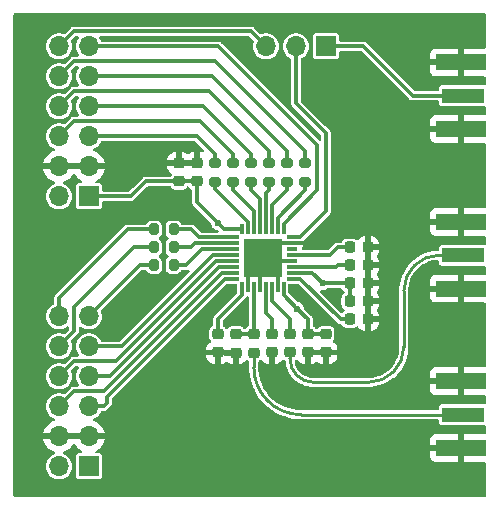
<source format=gtl>
G04 #@! TF.GenerationSoftware,KiCad,Pcbnew,7.0.8*
G04 #@! TF.CreationDate,2023-12-20T18:07:39+01:00*
G04 #@! TF.ProjectId,sx1255_eval,73783132-3535-45f6-9576-616c2e6b6963,rev?*
G04 #@! TF.SameCoordinates,Original*
G04 #@! TF.FileFunction,Copper,L1,Top*
G04 #@! TF.FilePolarity,Positive*
%FSLAX46Y46*%
G04 Gerber Fmt 4.6, Leading zero omitted, Abs format (unit mm)*
G04 Created by KiCad (PCBNEW 7.0.8) date 2023-12-20 18:07:39*
%MOMM*%
%LPD*%
G01*
G04 APERTURE LIST*
G04 Aperture macros list*
%AMRoundRect*
0 Rectangle with rounded corners*
0 $1 Rounding radius*
0 $2 $3 $4 $5 $6 $7 $8 $9 X,Y pos of 4 corners*
0 Add a 4 corners polygon primitive as box body*
4,1,4,$2,$3,$4,$5,$6,$7,$8,$9,$2,$3,0*
0 Add four circle primitives for the rounded corners*
1,1,$1+$1,$2,$3*
1,1,$1+$1,$4,$5*
1,1,$1+$1,$6,$7*
1,1,$1+$1,$8,$9*
0 Add four rect primitives between the rounded corners*
20,1,$1+$1,$2,$3,$4,$5,0*
20,1,$1+$1,$4,$5,$6,$7,0*
20,1,$1+$1,$6,$7,$8,$9,0*
20,1,$1+$1,$8,$9,$2,$3,0*%
G04 Aperture macros list end*
G04 #@! TA.AperFunction,SMDPad,CuDef*
%ADD10R,0.850000X0.300000*%
G04 #@! TD*
G04 #@! TA.AperFunction,SMDPad,CuDef*
%ADD11R,0.300000X0.850000*%
G04 #@! TD*
G04 #@! TA.AperFunction,SMDPad,CuDef*
%ADD12R,3.200000X3.200000*%
G04 #@! TD*
G04 #@! TA.AperFunction,SMDPad,CuDef*
%ADD13RoundRect,0.218750X0.256250X-0.218750X0.256250X0.218750X-0.256250X0.218750X-0.256250X-0.218750X0*%
G04 #@! TD*
G04 #@! TA.AperFunction,SMDPad,CuDef*
%ADD14RoundRect,0.200000X-0.200000X-0.275000X0.200000X-0.275000X0.200000X0.275000X-0.200000X0.275000X0*%
G04 #@! TD*
G04 #@! TA.AperFunction,ComponentPad*
%ADD15R,1.700000X1.700000*%
G04 #@! TD*
G04 #@! TA.AperFunction,ComponentPad*
%ADD16O,1.700000X1.700000*%
G04 #@! TD*
G04 #@! TA.AperFunction,SMDPad,CuDef*
%ADD17R,3.600000X1.270000*%
G04 #@! TD*
G04 #@! TA.AperFunction,SMDPad,CuDef*
%ADD18R,4.200000X1.350000*%
G04 #@! TD*
G04 #@! TA.AperFunction,SMDPad,CuDef*
%ADD19RoundRect,0.225000X-0.225000X-0.250000X0.225000X-0.250000X0.225000X0.250000X-0.225000X0.250000X0*%
G04 #@! TD*
G04 #@! TA.AperFunction,SMDPad,CuDef*
%ADD20RoundRect,0.200000X0.275000X-0.200000X0.275000X0.200000X-0.275000X0.200000X-0.275000X-0.200000X0*%
G04 #@! TD*
G04 #@! TA.AperFunction,SMDPad,CuDef*
%ADD21RoundRect,0.225000X-0.250000X0.225000X-0.250000X-0.225000X0.250000X-0.225000X0.250000X0.225000X0*%
G04 #@! TD*
G04 #@! TA.AperFunction,SMDPad,CuDef*
%ADD22RoundRect,0.225000X0.250000X-0.225000X0.250000X0.225000X-0.250000X0.225000X-0.250000X-0.225000X0*%
G04 #@! TD*
G04 #@! TA.AperFunction,ViaPad*
%ADD23C,0.600000*%
G04 #@! TD*
G04 #@! TA.AperFunction,Conductor*
%ADD24C,0.300000*%
G04 #@! TD*
G04 #@! TA.AperFunction,Conductor*
%ADD25C,0.250000*%
G04 #@! TD*
G04 APERTURE END LIST*
D10*
X148326000Y-96000000D03*
X148326000Y-95500000D03*
X148326000Y-95000000D03*
X148326000Y-94500000D03*
X148326000Y-94000000D03*
X148326000Y-93500000D03*
X148326000Y-93000000D03*
X148326000Y-92500000D03*
D11*
X147626000Y-91800000D03*
X147126000Y-91800000D03*
X146626000Y-91800000D03*
X146126000Y-91800000D03*
X145626000Y-91800000D03*
X145126000Y-91800000D03*
X144626000Y-91800000D03*
X144126000Y-91800000D03*
D10*
X143426000Y-92500000D03*
X143426000Y-93000000D03*
X143426000Y-93500000D03*
X143426000Y-94000000D03*
X143426000Y-94500000D03*
X143426000Y-95000000D03*
X143426000Y-95500000D03*
X143426000Y-96000000D03*
D11*
X144126000Y-96700000D03*
X144626000Y-96700000D03*
X145126000Y-96700000D03*
X145626000Y-96700000D03*
X146126000Y-96700000D03*
X146626000Y-96700000D03*
X147126000Y-96700000D03*
X147626000Y-96700000D03*
D12*
X145876000Y-94250000D03*
D13*
X145114000Y-102245500D03*
X145114000Y-100670500D03*
D14*
X136669000Y-91806000D03*
X138319000Y-91806000D03*
D13*
X143590000Y-102245500D03*
X143590000Y-100670500D03*
D15*
X131144000Y-111872000D03*
D16*
X128604000Y-111872000D03*
X131144000Y-109332000D03*
X128604000Y-109332000D03*
X131144000Y-106792000D03*
X128604000Y-106792000D03*
X131144000Y-104252000D03*
X128604000Y-104252000D03*
X131144000Y-101712000D03*
X128604000Y-101712000D03*
X131144000Y-99172000D03*
X128604000Y-99172000D03*
D17*
X162852000Y-80500000D03*
D18*
X162652000Y-83325000D03*
X162652000Y-77675000D03*
D19*
X153229000Y-99426000D03*
X154779000Y-99426000D03*
D17*
X162852000Y-107500000D03*
D18*
X162652000Y-110325000D03*
X162652000Y-104675000D03*
D20*
X144860000Y-87805000D03*
X144860000Y-86155000D03*
D15*
X151210000Y-76312000D03*
D16*
X148670000Y-76312000D03*
X146130000Y-76312000D03*
D21*
X146638000Y-100683000D03*
X146638000Y-102233000D03*
X151210000Y-100683000D03*
X151210000Y-102233000D03*
D20*
X141812000Y-87805000D03*
X141812000Y-86155000D03*
D22*
X140288000Y-87755000D03*
X140288000Y-86205000D03*
D14*
X136669000Y-93330000D03*
X138319000Y-93330000D03*
D21*
X149686000Y-100683000D03*
X149686000Y-102233000D03*
D15*
X131144000Y-89012000D03*
D16*
X128604000Y-89012000D03*
X131144000Y-86472000D03*
X128604000Y-86472000D03*
X131144000Y-83932000D03*
X128604000Y-83932000D03*
X131144000Y-81392000D03*
X128604000Y-81392000D03*
X131144000Y-78852000D03*
X128604000Y-78852000D03*
X131144000Y-76312000D03*
X128604000Y-76312000D03*
D20*
X147908000Y-87805000D03*
X147908000Y-86155000D03*
X149432000Y-87805000D03*
X149432000Y-86155000D03*
D21*
X148162000Y-100683000D03*
X148162000Y-102233000D03*
D19*
X153229000Y-94854000D03*
X154779000Y-94854000D03*
X153229000Y-96378000D03*
X154779000Y-96378000D03*
D21*
X142066000Y-100683000D03*
X142066000Y-102233000D03*
D19*
X153229000Y-97902000D03*
X154779000Y-97902000D03*
D20*
X146384000Y-87805000D03*
X146384000Y-86155000D03*
D14*
X136669000Y-94854000D03*
X138319000Y-94854000D03*
D22*
X138764000Y-87755000D03*
X138764000Y-86205000D03*
D20*
X143336000Y-87805000D03*
X143336000Y-86155000D03*
D19*
X153229000Y-93330000D03*
X154779000Y-93330000D03*
D17*
X162852000Y-94000000D03*
D18*
X162652000Y-96825000D03*
X162652000Y-91175000D03*
D23*
X150956000Y-96378000D03*
X148797000Y-98537000D03*
X142066000Y-91298000D03*
X156826467Y-105213043D03*
X156036000Y-94854000D03*
X158622836Y-81500000D03*
X137240000Y-85202000D03*
X135970000Y-90028000D03*
X162640000Y-76058000D03*
X156511385Y-108500000D03*
X157985575Y-94171573D03*
X157568154Y-108500000D03*
X161370000Y-84948000D03*
X130890000Y-90536000D03*
X141050000Y-91552000D03*
X152988000Y-77328000D03*
X138764000Y-85202000D03*
X146335200Y-104624460D03*
X133938000Y-90536000D03*
X162640000Y-112126000D03*
X133176000Y-110602000D03*
X156814000Y-99380000D03*
X154764935Y-103761204D03*
X155454616Y-108500000D03*
X156815205Y-96950932D03*
X152488000Y-105760000D03*
X145114000Y-93330000D03*
X155454616Y-106500000D03*
X149940000Y-93076000D03*
X145876000Y-94250000D03*
X147400000Y-79868000D03*
X146638000Y-93330000D03*
X134954000Y-98156000D03*
X136732000Y-96378000D03*
X154766000Y-100696000D03*
X161370000Y-89520000D03*
X162640000Y-98410000D03*
X145114000Y-95108000D03*
X144098000Y-76566000D03*
X152988000Y-75312000D03*
X150448000Y-98918000D03*
X162640000Y-89520000D03*
X146927584Y-107991611D03*
X153242000Y-100696000D03*
X146130000Y-103744000D03*
X156755371Y-77268157D03*
X126572000Y-86472000D03*
X139780000Y-90536000D03*
X126572000Y-78852000D03*
X147989537Y-106278799D03*
X156814000Y-100570000D03*
X163910000Y-84948000D03*
X142066000Y-103490000D03*
X152226000Y-88504000D03*
X128604000Y-95616000D03*
X139272000Y-100950000D03*
X150211065Y-103761204D03*
X149940000Y-79868000D03*
X133176000Y-109332000D03*
X146993531Y-105620467D03*
X152226000Y-85333692D03*
X162640000Y-102982000D03*
X155880255Y-105612772D03*
X133938000Y-106284000D03*
X126572000Y-108062000D03*
X144251488Y-104645743D03*
X155466022Y-78807236D03*
X161370000Y-102982000D03*
X151718000Y-97394000D03*
X163910000Y-98410000D03*
X151464000Y-78598000D03*
X142828000Y-97394000D03*
X155267475Y-75780261D03*
X157360961Y-94987534D03*
X158814000Y-100570000D03*
X152488000Y-103760000D03*
X158624924Y-106500000D03*
X158243267Y-78756053D03*
X151325000Y-105760000D03*
X146638000Y-95108000D03*
X156213640Y-79554854D03*
X126572000Y-75042000D03*
X156036000Y-97902000D03*
X159681693Y-106500000D03*
X156961257Y-80302471D03*
X150194000Y-81138000D03*
X137494000Y-102728000D03*
X158812795Y-97049068D03*
X153341077Y-106500000D03*
X158814000Y-99380000D03*
X126572000Y-87742000D03*
X156011423Y-76524209D03*
X156511385Y-106500000D03*
X133176000Y-85202000D03*
X148040680Y-104881321D03*
X149114000Y-106500000D03*
X132414000Y-92060000D03*
X154366304Y-75312000D03*
X163910000Y-89520000D03*
X152226000Y-89560769D03*
X133176000Y-108062000D03*
X152226000Y-87447230D03*
X133176000Y-87742000D03*
X152226000Y-90617538D03*
X152226000Y-84276923D03*
X152988000Y-78598000D03*
X151227539Y-106500000D03*
X135716000Y-104506000D03*
X126572000Y-77582000D03*
X153341077Y-108500000D03*
X156814000Y-98190000D03*
X162640000Y-84948000D03*
X149114000Y-108500000D03*
X159829739Y-95262419D03*
X147400000Y-78598000D03*
X153651000Y-105760000D03*
X159076417Y-96015741D03*
X150170770Y-106500000D03*
X152226000Y-83220153D03*
X153651000Y-103760000D03*
X156036000Y-93330000D03*
X158814000Y-98190000D03*
X156551585Y-102744263D03*
X157499319Y-78012105D03*
X130890000Y-93584000D03*
X161370000Y-98410000D03*
X143844000Y-99426000D03*
X154397847Y-108500000D03*
X163910000Y-102982000D03*
X155798263Y-103497585D03*
X156961232Y-95933744D03*
X157568154Y-106500000D03*
X153242000Y-92060000D03*
X159681693Y-108500000D03*
X126572000Y-110602000D03*
X154718404Y-78059618D03*
X150112935Y-105758796D03*
X145210411Y-106622028D03*
X133176000Y-99934000D03*
X149940000Y-78598000D03*
X163910000Y-112126000D03*
X145991977Y-107403593D03*
X151227539Y-108500000D03*
X143590000Y-103490000D03*
X126572000Y-76312000D03*
X135208000Y-85964000D03*
X151210000Y-82154000D03*
X156036000Y-96378000D03*
X154766000Y-92060000D03*
X128604000Y-91552000D03*
X154397847Y-106500000D03*
X158987214Y-79500000D03*
X126572000Y-109332000D03*
X126572000Y-85202000D03*
X147400032Y-103930608D03*
X148670000Y-97140000D03*
X158812796Y-101809065D03*
X151325000Y-103760000D03*
X157642428Y-104588428D03*
X161370000Y-76058000D03*
X146130000Y-78598000D03*
X157708875Y-81050089D03*
X128604000Y-93584000D03*
X158267043Y-103772467D03*
X158666772Y-102826255D03*
X152284308Y-108500000D03*
X133176000Y-86472000D03*
X153970786Y-77312000D03*
X158801536Y-93546959D03*
X158624924Y-108500000D03*
X137240000Y-86726000D03*
X147968263Y-108362514D03*
X156815204Y-101710935D03*
X159846000Y-79500000D03*
X150170770Y-108500000D03*
X148991393Y-105521971D03*
X163910000Y-76058000D03*
X140288000Y-85202000D03*
X141050000Y-99172000D03*
X152226000Y-86390461D03*
X159747747Y-93147231D03*
X144622392Y-105686422D03*
X151210000Y-91806000D03*
X156036000Y-99426000D03*
X152284308Y-106500000D03*
X159846000Y-81500000D03*
X154814000Y-105760000D03*
X161370000Y-112126000D03*
X138764000Y-89266000D03*
D24*
X149686000Y-100683000D02*
X149686000Y-99426000D01*
X150956000Y-96378000D02*
X153229000Y-96378000D01*
X138764000Y-87755000D02*
X140288000Y-87755000D01*
X142580000Y-91800000D02*
X142078000Y-91298000D01*
X144126000Y-91800000D02*
X142580000Y-91800000D01*
X131144000Y-89012000D02*
X134700000Y-89012000D01*
X135957000Y-87755000D02*
X138764000Y-87755000D01*
X151210000Y-100683000D02*
X149686000Y-100683000D01*
X142066000Y-91298000D02*
X140288000Y-89520000D01*
X134700000Y-89012000D02*
X135957000Y-87755000D01*
X140288000Y-89520000D02*
X140288000Y-87755000D01*
X153229000Y-97902000D02*
X153229000Y-96378000D01*
X142078000Y-91298000D02*
X142066000Y-91298000D01*
X150078000Y-95500000D02*
X148326000Y-95500000D01*
X149686000Y-99426000D02*
X148797000Y-98537000D01*
X148797000Y-98537000D02*
X147626000Y-97366000D01*
X147626000Y-97366000D02*
X147626000Y-96700000D01*
X150956000Y-96378000D02*
X150078000Y-95500000D01*
X147126000Y-95596000D02*
X146638000Y-95108000D01*
X146968000Y-93000000D02*
X146638000Y-93330000D01*
X148326000Y-93000000D02*
X146968000Y-93000000D01*
X149864000Y-93000000D02*
X149940000Y-93076000D01*
X147126000Y-96700000D02*
X147126000Y-95596000D01*
X148326000Y-94500000D02*
X146126000Y-94500000D01*
X146126000Y-94500000D02*
X145876000Y-94250000D01*
X145626000Y-96700000D02*
X145626000Y-94500000D01*
X144626000Y-95596000D02*
X145114000Y-95108000D01*
X144626000Y-96700000D02*
X144626000Y-95596000D01*
X145626000Y-94500000D02*
X145876000Y-94250000D01*
X148326000Y-93000000D02*
X149864000Y-93000000D01*
X149054000Y-96000000D02*
X148326000Y-96000000D01*
X152480000Y-99426000D02*
X149054000Y-96000000D01*
X153229000Y-99426000D02*
X152480000Y-99426000D01*
X152226000Y-94854000D02*
X152080000Y-95000000D01*
X152080000Y-95000000D02*
X148326000Y-95000000D01*
X153229000Y-94854000D02*
X152226000Y-94854000D01*
X153229000Y-93330000D02*
X152226000Y-93330000D01*
X151556000Y-94000000D02*
X148326000Y-94000000D01*
X152226000Y-93330000D02*
X151556000Y-94000000D01*
X146626000Y-97890000D02*
X146626000Y-96700000D01*
X148162000Y-99426000D02*
X146626000Y-97890000D01*
X148162000Y-100708500D02*
X148162000Y-99426000D01*
X146638000Y-99426000D02*
X146126000Y-98914000D01*
X146638000Y-100708500D02*
X146638000Y-99426000D01*
X146126000Y-98914000D02*
X146126000Y-96700000D01*
X144126000Y-97366000D02*
X144126000Y-96700000D01*
X142066000Y-99426000D02*
X144126000Y-97366000D01*
X142066000Y-100708500D02*
X142066000Y-99426000D01*
X148670000Y-81138000D02*
X148670000Y-76312000D01*
X151210000Y-90282000D02*
X151210000Y-83678000D01*
X148326000Y-92500000D02*
X148992000Y-92500000D01*
X151210000Y-83678000D02*
X148670000Y-81138000D01*
X148992000Y-92500000D02*
X151210000Y-90282000D01*
X150448000Y-84694000D02*
X142066000Y-76312000D01*
X147626000Y-91800000D02*
X147626000Y-91326000D01*
X142066000Y-76312000D02*
X131144000Y-76312000D01*
X150448000Y-88504000D02*
X150448000Y-84694000D01*
X147626000Y-91326000D02*
X150448000Y-88504000D01*
X149432000Y-88504000D02*
X147126000Y-90810000D01*
X149432000Y-88504000D02*
X149432000Y-87805000D01*
X147126000Y-90810000D02*
X147126000Y-91800000D01*
X146626000Y-89786000D02*
X146626000Y-91800000D01*
X147908000Y-88504000D02*
X146626000Y-89786000D01*
X147908000Y-88504000D02*
X147908000Y-87805000D01*
X146384000Y-87805000D02*
X146384000Y-88504000D01*
X146126000Y-91800000D02*
X146126000Y-88762000D01*
X146380000Y-87809000D02*
X146384000Y-87805000D01*
X146126000Y-88762000D02*
X146384000Y-88504000D01*
X145626000Y-89270000D02*
X144860000Y-88504000D01*
X145626000Y-91800000D02*
X145626000Y-89270000D01*
X144860000Y-88504000D02*
X144860000Y-87805000D01*
X143336000Y-88504000D02*
X143336000Y-87805000D01*
X145126000Y-91800000D02*
X145126000Y-90294000D01*
X145126000Y-90294000D02*
X143336000Y-88504000D01*
X144626000Y-91800000D02*
X144626000Y-91230024D01*
X144626000Y-91230024D02*
X141812000Y-88416024D01*
X141812000Y-88416024D02*
X141812000Y-87805000D01*
X138387000Y-91738000D02*
X138319000Y-91806000D01*
X140474000Y-92500000D02*
X139780000Y-91806000D01*
X139780000Y-91806000D02*
X138319000Y-91806000D01*
X143426000Y-92500000D02*
X140474000Y-92500000D01*
X140110000Y-93000000D02*
X139780000Y-93330000D01*
X139780000Y-93330000D02*
X138319000Y-93330000D01*
X143426000Y-93000000D02*
X140110000Y-93000000D01*
X140753000Y-93500000D02*
X139399000Y-94854000D01*
X143426000Y-93500000D02*
X140753000Y-93500000D01*
X139399000Y-94854000D02*
X138319000Y-94854000D01*
X141650000Y-94000000D02*
X133938000Y-101712000D01*
X143426000Y-94000000D02*
X141650000Y-94000000D01*
X133938000Y-101712000D02*
X131144000Y-101712000D01*
X133430000Y-102982000D02*
X129874000Y-102982000D01*
X141912000Y-94500000D02*
X133430000Y-102982000D01*
X129874000Y-102982000D02*
X128604000Y-104252000D01*
X143426000Y-94500000D02*
X141912000Y-94500000D01*
X143426000Y-95000000D02*
X142174000Y-95000000D01*
X132922000Y-104252000D02*
X131144000Y-104252000D01*
X142174000Y-95000000D02*
X132922000Y-104252000D01*
X132414000Y-105522000D02*
X129874000Y-105522000D01*
X129874000Y-105522000D02*
X128604000Y-106792000D01*
X143426000Y-95500000D02*
X142436000Y-95500000D01*
X142436000Y-95500000D02*
X132414000Y-105522000D01*
X132668000Y-106030000D02*
X132668000Y-106538000D01*
X132414000Y-106792000D02*
X131144000Y-106792000D01*
X143426000Y-96000000D02*
X142698000Y-96000000D01*
X142698000Y-96000000D02*
X132668000Y-106030000D01*
X132668000Y-106538000D02*
X132414000Y-106792000D01*
X145114000Y-100696000D02*
X145126000Y-100684000D01*
X143590000Y-100696000D02*
X145114000Y-100696000D01*
X145126000Y-100684000D02*
X145126000Y-96700000D01*
X149432000Y-85202000D02*
X141812000Y-77582000D01*
X141812000Y-77582000D02*
X129874000Y-77582000D01*
X129874000Y-77582000D02*
X128604000Y-78852000D01*
X149432000Y-86155000D02*
X149432000Y-85202000D01*
X147908000Y-86155000D02*
X147908000Y-85202000D01*
X141558000Y-78852000D02*
X131144000Y-78852000D01*
X147908000Y-85202000D02*
X141558000Y-78852000D01*
X146384000Y-85202000D02*
X141304000Y-80122000D01*
X129874000Y-80122000D02*
X128604000Y-81392000D01*
X141304000Y-80122000D02*
X129874000Y-80122000D01*
X146384000Y-86155000D02*
X146384000Y-85202000D01*
X144860000Y-85456000D02*
X140796000Y-81392000D01*
X140796000Y-81392000D02*
X131144000Y-81392000D01*
X144860000Y-86155000D02*
X144860000Y-85456000D01*
X143336000Y-85456000D02*
X140542000Y-82662000D01*
X140542000Y-82662000D02*
X129874000Y-82662000D01*
X129874000Y-82662000D02*
X128604000Y-83932000D01*
X143336000Y-86155000D02*
X143336000Y-85456000D01*
X136669000Y-94854000D02*
X135462000Y-94854000D01*
X135462000Y-94854000D02*
X131144000Y-99172000D01*
X141812000Y-86155000D02*
X141812000Y-85456000D01*
X140288000Y-83932000D02*
X131144000Y-83932000D01*
X141812000Y-85456000D02*
X140288000Y-83932000D01*
X129874000Y-98410000D02*
X129874000Y-100442000D01*
X129874000Y-100442000D02*
X128604000Y-101712000D01*
X134954000Y-93330000D02*
X129874000Y-98410000D01*
X136669000Y-93330000D02*
X134954000Y-93330000D01*
X136669000Y-91806000D02*
X134446000Y-91806000D01*
X134446000Y-91806000D02*
X128604000Y-97648000D01*
X128604000Y-97648000D02*
X128604000Y-99172000D01*
X154385000Y-76312000D02*
X151210000Y-76312000D01*
X162852000Y-80500000D02*
X158573000Y-80500000D01*
X158573000Y-80500000D02*
X154385000Y-76312000D01*
X144860000Y-75042000D02*
X146130000Y-76312000D01*
X128604000Y-76312000D02*
X129874000Y-75042000D01*
X129874000Y-75042000D02*
X144860000Y-75042000D01*
D25*
X160814000Y-94000000D02*
X162852000Y-94000000D01*
X154814000Y-104760000D02*
X150162000Y-104760000D01*
X157814000Y-97000000D02*
X157814000Y-101760000D01*
X148162000Y-102760000D02*
X148162000Y-102233000D01*
X154814000Y-104760000D02*
G75*
G03*
X157814000Y-101760000I0J3000000D01*
G01*
X148162000Y-102760000D02*
G75*
G03*
X150162000Y-104760000I2000000J0D01*
G01*
X160814000Y-94000000D02*
G75*
G03*
X157814000Y-97000000I0J-3000000D01*
G01*
X145114000Y-103500000D02*
X145114000Y-102245500D01*
X149114000Y-107500000D02*
X162852000Y-107500000D01*
X145114000Y-103500000D02*
G75*
G03*
X149114000Y-107500000I4000000J0D01*
G01*
G04 #@! TA.AperFunction,Conductor*
G36*
X164694539Y-73520185D02*
G01*
X164740294Y-73572989D01*
X164751500Y-73624500D01*
X164751500Y-76376000D01*
X164731815Y-76443039D01*
X164679011Y-76488794D01*
X164627500Y-76500000D01*
X162902000Y-76500000D01*
X162902000Y-78850000D01*
X164627500Y-78850000D01*
X164694539Y-78869685D01*
X164740294Y-78922489D01*
X164751500Y-78974000D01*
X164751500Y-79490500D01*
X164731815Y-79557539D01*
X164679011Y-79603294D01*
X164627500Y-79614500D01*
X161027323Y-79614500D01*
X160954264Y-79629032D01*
X160954260Y-79629033D01*
X160871399Y-79684399D01*
X160816033Y-79767260D01*
X160816032Y-79767264D01*
X160801500Y-79840321D01*
X160801500Y-79975500D01*
X160781815Y-80042539D01*
X160729011Y-80088294D01*
X160677500Y-80099500D01*
X158790254Y-80099500D01*
X158723215Y-80079815D01*
X158702573Y-80063181D01*
X156564393Y-77925000D01*
X160052000Y-77925000D01*
X160052000Y-78397844D01*
X160058401Y-78457372D01*
X160058403Y-78457379D01*
X160108645Y-78592086D01*
X160108649Y-78592093D01*
X160194809Y-78707187D01*
X160194812Y-78707190D01*
X160309906Y-78793350D01*
X160309913Y-78793354D01*
X160444620Y-78843596D01*
X160444627Y-78843598D01*
X160504155Y-78849999D01*
X160504172Y-78850000D01*
X162402000Y-78850000D01*
X162402000Y-77925000D01*
X160052000Y-77925000D01*
X156564393Y-77925000D01*
X156064393Y-77425000D01*
X160052000Y-77425000D01*
X162402000Y-77425000D01*
X162402000Y-76500000D01*
X160504155Y-76500000D01*
X160444627Y-76506401D01*
X160444620Y-76506403D01*
X160309913Y-76556645D01*
X160309906Y-76556649D01*
X160194812Y-76642809D01*
X160194809Y-76642812D01*
X160108649Y-76757906D01*
X160108645Y-76757913D01*
X160058403Y-76892620D01*
X160058401Y-76892627D01*
X160052000Y-76952155D01*
X160052000Y-77425000D01*
X156064393Y-77425000D01*
X154644287Y-76004893D01*
X154644256Y-76004864D01*
X154623342Y-75983950D01*
X154623341Y-75983949D01*
X154603600Y-75973890D01*
X154587014Y-75963726D01*
X154569090Y-75950704D01*
X154569091Y-75950704D01*
X154548018Y-75943857D01*
X154530045Y-75936412D01*
X154510307Y-75926355D01*
X154510304Y-75926354D01*
X154488418Y-75922887D01*
X154469507Y-75918346D01*
X154448439Y-75911501D01*
X154448434Y-75911500D01*
X154448433Y-75911500D01*
X154448429Y-75911500D01*
X152434500Y-75911500D01*
X152367461Y-75891815D01*
X152321706Y-75839011D01*
X152310500Y-75787500D01*
X152310500Y-75437323D01*
X152310499Y-75437321D01*
X152295967Y-75364264D01*
X152295966Y-75364260D01*
X152240601Y-75281399D01*
X152157740Y-75226034D01*
X152157739Y-75226033D01*
X152157735Y-75226032D01*
X152084677Y-75211500D01*
X152084674Y-75211500D01*
X150335326Y-75211500D01*
X150335323Y-75211500D01*
X150262264Y-75226032D01*
X150262260Y-75226033D01*
X150179399Y-75281399D01*
X150124033Y-75364260D01*
X150124032Y-75364264D01*
X150109500Y-75437321D01*
X150109500Y-77186678D01*
X150124032Y-77259735D01*
X150124033Y-77259739D01*
X150135243Y-77276516D01*
X150179399Y-77342601D01*
X150262260Y-77397966D01*
X150262264Y-77397967D01*
X150335321Y-77412499D01*
X150335324Y-77412500D01*
X150335326Y-77412500D01*
X152084676Y-77412500D01*
X152084677Y-77412499D01*
X152157740Y-77397966D01*
X152240601Y-77342601D01*
X152295966Y-77259740D01*
X152310500Y-77186674D01*
X152310500Y-76836500D01*
X152330185Y-76769461D01*
X152382989Y-76723706D01*
X152434500Y-76712500D01*
X154167745Y-76712500D01*
X154234784Y-76732185D01*
X154255426Y-76748819D01*
X158244950Y-80738342D01*
X158334658Y-80828050D01*
X158354395Y-80838106D01*
X158370981Y-80848269D01*
X158388910Y-80861296D01*
X158388912Y-80861296D01*
X158388913Y-80861297D01*
X158409974Y-80868140D01*
X158427953Y-80875586D01*
X158447696Y-80885646D01*
X158469585Y-80889112D01*
X158488501Y-80893653D01*
X158509567Y-80900499D01*
X158538924Y-80900499D01*
X158538948Y-80900500D01*
X158541481Y-80900500D01*
X160677500Y-80900500D01*
X160744539Y-80920185D01*
X160790294Y-80972989D01*
X160801500Y-81024500D01*
X160801500Y-81159678D01*
X160816032Y-81232735D01*
X160816033Y-81232739D01*
X160816034Y-81232740D01*
X160871399Y-81315601D01*
X160951499Y-81369121D01*
X160954260Y-81370966D01*
X160954264Y-81370967D01*
X161027321Y-81385499D01*
X161027324Y-81385500D01*
X164627500Y-81385500D01*
X164694539Y-81405185D01*
X164740294Y-81457989D01*
X164751500Y-81509500D01*
X164751500Y-82026000D01*
X164731815Y-82093039D01*
X164679011Y-82138794D01*
X164627500Y-82150000D01*
X162902000Y-82150000D01*
X162902000Y-84500000D01*
X164627500Y-84500000D01*
X164694539Y-84519685D01*
X164740294Y-84572489D01*
X164751500Y-84624000D01*
X164751500Y-89876000D01*
X164731815Y-89943039D01*
X164679011Y-89988794D01*
X164627500Y-90000000D01*
X162902000Y-90000000D01*
X162902000Y-92350000D01*
X164627500Y-92350000D01*
X164694539Y-92369685D01*
X164740294Y-92422489D01*
X164751500Y-92474000D01*
X164751500Y-92990500D01*
X164731815Y-93057539D01*
X164679011Y-93103294D01*
X164627500Y-93114500D01*
X161027323Y-93114500D01*
X160954264Y-93129032D01*
X160954260Y-93129033D01*
X160871399Y-93184399D01*
X160816033Y-93267260D01*
X160816032Y-93267264D01*
X160801500Y-93340321D01*
X160801500Y-93500500D01*
X160781815Y-93567539D01*
X160729011Y-93613294D01*
X160677500Y-93624500D01*
X160637098Y-93624500D01*
X160285231Y-93661483D01*
X160285227Y-93661483D01*
X160285225Y-93661484D01*
X159939161Y-93735041D01*
X159939160Y-93735042D01*
X159602676Y-93844372D01*
X159279451Y-93988280D01*
X159279445Y-93988283D01*
X158973051Y-94165180D01*
X158973046Y-94165183D01*
X158686820Y-94373138D01*
X158686811Y-94373145D01*
X158423886Y-94609886D01*
X158187145Y-94872811D01*
X158187138Y-94872820D01*
X157979183Y-95159046D01*
X157979180Y-95159051D01*
X157802283Y-95465445D01*
X157802280Y-95465451D01*
X157695016Y-95706372D01*
X157675592Y-95750000D01*
X157658372Y-95788676D01*
X157549042Y-96125160D01*
X157549041Y-96125161D01*
X157486333Y-96420185D01*
X157475483Y-96471231D01*
X157440495Y-96804124D01*
X157438500Y-96823102D01*
X157438500Y-101758258D01*
X157438402Y-101761735D01*
X157422193Y-102050371D01*
X157421414Y-102057286D01*
X157373281Y-102340570D01*
X157371733Y-102347353D01*
X157292186Y-102623469D01*
X157289888Y-102630036D01*
X157179927Y-102895507D01*
X157176908Y-102901776D01*
X157037913Y-103153267D01*
X157034211Y-103159159D01*
X156867933Y-103393506D01*
X156863595Y-103398946D01*
X156672123Y-103613203D01*
X156667203Y-103618123D01*
X156452946Y-103809595D01*
X156447506Y-103813933D01*
X156213159Y-103980211D01*
X156207267Y-103983913D01*
X155955776Y-104122908D01*
X155949507Y-104125927D01*
X155684036Y-104235888D01*
X155677469Y-104238186D01*
X155401353Y-104317733D01*
X155394570Y-104319281D01*
X155111286Y-104367414D01*
X155104371Y-104368193D01*
X154815735Y-104384402D01*
X154812258Y-104384500D01*
X150164214Y-104384500D01*
X150159791Y-104384342D01*
X150139349Y-104382879D01*
X149939655Y-104368597D01*
X149922143Y-104366079D01*
X149712995Y-104320582D01*
X149696019Y-104315598D01*
X149495464Y-104240794D01*
X149479371Y-104233444D01*
X149291511Y-104130865D01*
X149276628Y-104121300D01*
X149105278Y-103993029D01*
X149091907Y-103981443D01*
X148940556Y-103830092D01*
X148928970Y-103816721D01*
X148800699Y-103645371D01*
X148791134Y-103630488D01*
X148688555Y-103442628D01*
X148681205Y-103426535D01*
X148631976Y-103294548D01*
X148606398Y-103225972D01*
X148601419Y-103209013D01*
X148561045Y-103023414D01*
X148566029Y-102953724D01*
X148607901Y-102897791D01*
X148638876Y-102880877D01*
X148642226Y-102879628D01*
X148671810Y-102857481D01*
X148737273Y-102833065D01*
X148805546Y-102847916D01*
X148851659Y-102891653D01*
X148863426Y-102910731D01*
X148983267Y-103030572D01*
X148983271Y-103030575D01*
X149127507Y-103119542D01*
X149127518Y-103119547D01*
X149288393Y-103172855D01*
X149387683Y-103182999D01*
X149435999Y-103182998D01*
X149436000Y-103182998D01*
X149436000Y-102483000D01*
X149936000Y-102483000D01*
X149936000Y-103182999D01*
X149984308Y-103182999D01*
X149984322Y-103182998D01*
X150083607Y-103172855D01*
X150244481Y-103119547D01*
X150244488Y-103119544D01*
X150382902Y-103034168D01*
X150450294Y-103015727D01*
X150513098Y-103034168D01*
X150651511Y-103119544D01*
X150651518Y-103119547D01*
X150812393Y-103172855D01*
X150911683Y-103182999D01*
X150959999Y-103182998D01*
X150960000Y-103182998D01*
X150960000Y-102483000D01*
X151460000Y-102483000D01*
X151460000Y-103182999D01*
X151508308Y-103182999D01*
X151508322Y-103182998D01*
X151607607Y-103172855D01*
X151768481Y-103119547D01*
X151768492Y-103119542D01*
X151912728Y-103030575D01*
X151912732Y-103030572D01*
X152032572Y-102910732D01*
X152032575Y-102910728D01*
X152121542Y-102766492D01*
X152121547Y-102766481D01*
X152174855Y-102605606D01*
X152184999Y-102506322D01*
X152185000Y-102506309D01*
X152185000Y-102483000D01*
X151460000Y-102483000D01*
X150960000Y-102483000D01*
X149936000Y-102483000D01*
X149436000Y-102483000D01*
X149436000Y-102107000D01*
X149455685Y-102039961D01*
X149508489Y-101994206D01*
X149560000Y-101983000D01*
X152184999Y-101983000D01*
X152184999Y-101959692D01*
X152184998Y-101959677D01*
X152174855Y-101860392D01*
X152121547Y-101699518D01*
X152121542Y-101699507D01*
X152032575Y-101555271D01*
X152032572Y-101555267D01*
X151912732Y-101435427D01*
X151912728Y-101435424D01*
X151854730Y-101399650D01*
X151808005Y-101347702D01*
X151796784Y-101278739D01*
X151820558Y-101219805D01*
X151881628Y-101138226D01*
X151929412Y-101010114D01*
X151934002Y-100967421D01*
X151935499Y-100953501D01*
X151935499Y-100953490D01*
X151935500Y-100953485D01*
X151935499Y-100412516D01*
X151929412Y-100355886D01*
X151927581Y-100350978D01*
X151902040Y-100282500D01*
X151881628Y-100227774D01*
X151799687Y-100118313D01*
X151733911Y-100069074D01*
X151690228Y-100036373D01*
X151690226Y-100036372D01*
X151562114Y-99988588D01*
X151562112Y-99988587D01*
X151562110Y-99988587D01*
X151505493Y-99982500D01*
X150914518Y-99982500D01*
X150914509Y-99982501D01*
X150857885Y-99988587D01*
X150729773Y-100036372D01*
X150620313Y-100118313D01*
X150547267Y-100215891D01*
X150491333Y-100257762D01*
X150421641Y-100262746D01*
X150360318Y-100229261D01*
X150348733Y-100215891D01*
X150300530Y-100151500D01*
X150275687Y-100118313D01*
X150166226Y-100036372D01*
X150158444Y-100032123D01*
X150159191Y-100030753D01*
X150111232Y-99994850D01*
X150086816Y-99929385D01*
X150086500Y-99920541D01*
X150086500Y-99362569D01*
X150086500Y-99362568D01*
X150086500Y-99362567D01*
X150079652Y-99341491D01*
X150075111Y-99322577D01*
X150075110Y-99322571D01*
X150071646Y-99300696D01*
X150061584Y-99280949D01*
X150054142Y-99262980D01*
X150047296Y-99241911D01*
X150034274Y-99223987D01*
X150024108Y-99207398D01*
X150014050Y-99187658D01*
X149993398Y-99167006D01*
X149993380Y-99166986D01*
X149380323Y-98553930D01*
X149346838Y-98492607D01*
X149345067Y-98482448D01*
X149333330Y-98393291D01*
X149288349Y-98284696D01*
X149277862Y-98259377D01*
X149277861Y-98259376D01*
X149277861Y-98259375D01*
X149189621Y-98144379D01*
X149074625Y-98056139D01*
X149074624Y-98056138D01*
X149074622Y-98056137D01*
X148940712Y-98000671D01*
X148940710Y-98000670D01*
X148940709Y-98000670D01*
X148886979Y-97993596D01*
X148851563Y-97988933D01*
X148787666Y-97960666D01*
X148780068Y-97953675D01*
X148062819Y-97236426D01*
X148029334Y-97175103D01*
X148026500Y-97148745D01*
X148026500Y-96524500D01*
X148046185Y-96457461D01*
X148098989Y-96411706D01*
X148150500Y-96400500D01*
X148294481Y-96400500D01*
X148836745Y-96400500D01*
X148903784Y-96420185D01*
X148924426Y-96436819D01*
X152220986Y-99733380D01*
X152221006Y-99733398D01*
X152241658Y-99754050D01*
X152261398Y-99764108D01*
X152277987Y-99774274D01*
X152295909Y-99787295D01*
X152295910Y-99787295D01*
X152295911Y-99787296D01*
X152316980Y-99794142D01*
X152334949Y-99801584D01*
X152354696Y-99811646D01*
X152376582Y-99815112D01*
X152395497Y-99819653D01*
X152416567Y-99826500D01*
X152448481Y-99826500D01*
X152466541Y-99826500D01*
X152533580Y-99846185D01*
X152579335Y-99898989D01*
X152582209Y-99905928D01*
X152582372Y-99906226D01*
X152664313Y-100015687D01*
X152773774Y-100097628D01*
X152901886Y-100145412D01*
X152958515Y-100151500D01*
X153499484Y-100151499D01*
X153556114Y-100145412D01*
X153684226Y-100097628D01*
X153765804Y-100036559D01*
X153831264Y-100012143D01*
X153899538Y-100026994D01*
X153945650Y-100070730D01*
X153981424Y-100128728D01*
X153981427Y-100128732D01*
X154101267Y-100248572D01*
X154101271Y-100248575D01*
X154245507Y-100337542D01*
X154245518Y-100337547D01*
X154406393Y-100390855D01*
X154505683Y-100400999D01*
X154529000Y-100400998D01*
X154529000Y-99676000D01*
X155029000Y-99676000D01*
X155029000Y-100400999D01*
X155052308Y-100400999D01*
X155052322Y-100400998D01*
X155151607Y-100390855D01*
X155312481Y-100337547D01*
X155312492Y-100337542D01*
X155456728Y-100248575D01*
X155456732Y-100248572D01*
X155576572Y-100128732D01*
X155576575Y-100128728D01*
X155665542Y-99984492D01*
X155665547Y-99984481D01*
X155718855Y-99823606D01*
X155728999Y-99724322D01*
X155729000Y-99724309D01*
X155729000Y-99676000D01*
X155029000Y-99676000D01*
X154529000Y-99676000D01*
X154529000Y-98152000D01*
X155029000Y-98152000D01*
X155029000Y-99176000D01*
X155728999Y-99176000D01*
X155728999Y-99127692D01*
X155728998Y-99127677D01*
X155718855Y-99028392D01*
X155665547Y-98867518D01*
X155665544Y-98867511D01*
X155580168Y-98729098D01*
X155561727Y-98661706D01*
X155580168Y-98598902D01*
X155665544Y-98460488D01*
X155665547Y-98460481D01*
X155718855Y-98299606D01*
X155728999Y-98200322D01*
X155729000Y-98200309D01*
X155729000Y-98152000D01*
X155029000Y-98152000D01*
X154529000Y-98152000D01*
X154529000Y-96628000D01*
X155029000Y-96628000D01*
X155029000Y-97652000D01*
X155728999Y-97652000D01*
X155728999Y-97603692D01*
X155728998Y-97603677D01*
X155718855Y-97504392D01*
X155665547Y-97343518D01*
X155665544Y-97343511D01*
X155580168Y-97205098D01*
X155561727Y-97137706D01*
X155580168Y-97074902D01*
X155665544Y-96936488D01*
X155665547Y-96936481D01*
X155718855Y-96775606D01*
X155728999Y-96676322D01*
X155729000Y-96676309D01*
X155729000Y-96628000D01*
X155029000Y-96628000D01*
X154529000Y-96628000D01*
X154529000Y-95104000D01*
X155029000Y-95104000D01*
X155029000Y-96128000D01*
X155728999Y-96128000D01*
X155728999Y-96079692D01*
X155728998Y-96079677D01*
X155718855Y-95980392D01*
X155665547Y-95819518D01*
X155665544Y-95819511D01*
X155580168Y-95681098D01*
X155561727Y-95613706D01*
X155580168Y-95550902D01*
X155665544Y-95412488D01*
X155665547Y-95412481D01*
X155718855Y-95251606D01*
X155728999Y-95152322D01*
X155729000Y-95152309D01*
X155729000Y-95104000D01*
X155029000Y-95104000D01*
X154529000Y-95104000D01*
X154529000Y-93580000D01*
X155029000Y-93580000D01*
X155029000Y-94604000D01*
X155728999Y-94604000D01*
X155728999Y-94555692D01*
X155728998Y-94555677D01*
X155718855Y-94456392D01*
X155665547Y-94295518D01*
X155665544Y-94295511D01*
X155580168Y-94157098D01*
X155561727Y-94089706D01*
X155580168Y-94026902D01*
X155665544Y-93888488D01*
X155665547Y-93888481D01*
X155718855Y-93727606D01*
X155728999Y-93628322D01*
X155729000Y-93628309D01*
X155729000Y-93580000D01*
X155029000Y-93580000D01*
X154529000Y-93580000D01*
X154529000Y-92355000D01*
X155029000Y-92355000D01*
X155029000Y-93080000D01*
X155728999Y-93080000D01*
X155728999Y-93031692D01*
X155728998Y-93031677D01*
X155718855Y-92932392D01*
X155665547Y-92771518D01*
X155665542Y-92771507D01*
X155576575Y-92627271D01*
X155576572Y-92627267D01*
X155456732Y-92507427D01*
X155456728Y-92507424D01*
X155312492Y-92418457D01*
X155312481Y-92418452D01*
X155151606Y-92365144D01*
X155052322Y-92355000D01*
X155029000Y-92355000D01*
X154529000Y-92355000D01*
X154529000Y-92354999D01*
X154505693Y-92355000D01*
X154505674Y-92355001D01*
X154406392Y-92365144D01*
X154245518Y-92418452D01*
X154245507Y-92418457D01*
X154101271Y-92507424D01*
X154101267Y-92507427D01*
X153981424Y-92627270D01*
X153945649Y-92685270D01*
X153893701Y-92731993D01*
X153824738Y-92743214D01*
X153765802Y-92719438D01*
X153684230Y-92658374D01*
X153684227Y-92658373D01*
X153684226Y-92658372D01*
X153556114Y-92610588D01*
X153556112Y-92610587D01*
X153556110Y-92610587D01*
X153499493Y-92604500D01*
X152958518Y-92604500D01*
X152958509Y-92604501D01*
X152901885Y-92610587D01*
X152773773Y-92658372D01*
X152664313Y-92740313D01*
X152582372Y-92849773D01*
X152578123Y-92857556D01*
X152576753Y-92856808D01*
X152540850Y-92904768D01*
X152475385Y-92929184D01*
X152466541Y-92929500D01*
X152162567Y-92929500D01*
X152141491Y-92936347D01*
X152122582Y-92940887D01*
X152100695Y-92944354D01*
X152080952Y-92954413D01*
X152062988Y-92961854D01*
X152041910Y-92968703D01*
X152041905Y-92968706D01*
X152023977Y-92981731D01*
X152007397Y-92991891D01*
X151987660Y-93001948D01*
X151987659Y-93001949D01*
X151965094Y-93024513D01*
X151426426Y-93563181D01*
X151365103Y-93596666D01*
X151338745Y-93599500D01*
X149286808Y-93599500D01*
X149219769Y-93579815D01*
X149174014Y-93527011D01*
X149164070Y-93457853D01*
X149187540Y-93401190D01*
X149194353Y-93392088D01*
X149194354Y-93392086D01*
X149244596Y-93257379D01*
X149244598Y-93257372D01*
X149250999Y-93197844D01*
X149251000Y-93197827D01*
X149251000Y-93150000D01*
X148940183Y-93150000D01*
X148873144Y-93130315D01*
X148871294Y-93129104D01*
X148869049Y-93127604D01*
X148824243Y-93073992D01*
X148815534Y-93004667D01*
X148845688Y-92941639D01*
X148905130Y-92904919D01*
X148937938Y-92900500D01*
X149055431Y-92900500D01*
X149055433Y-92900500D01*
X149076501Y-92893654D01*
X149095417Y-92889112D01*
X149117304Y-92885646D01*
X149137047Y-92875585D01*
X149155016Y-92868142D01*
X149176090Y-92861296D01*
X149176090Y-92861295D01*
X149185377Y-92858279D01*
X149185968Y-92860098D01*
X149228029Y-92850000D01*
X149251000Y-92850000D01*
X149254639Y-92846360D01*
X149270685Y-92791716D01*
X149287319Y-92771074D01*
X150633393Y-91425000D01*
X160052000Y-91425000D01*
X160052000Y-91897844D01*
X160058401Y-91957372D01*
X160058403Y-91957379D01*
X160108645Y-92092086D01*
X160108649Y-92092093D01*
X160194809Y-92207187D01*
X160194812Y-92207190D01*
X160309906Y-92293350D01*
X160309913Y-92293354D01*
X160444620Y-92343596D01*
X160444627Y-92343598D01*
X160504155Y-92349999D01*
X160504172Y-92350000D01*
X162402000Y-92350000D01*
X162402000Y-91425000D01*
X160052000Y-91425000D01*
X150633393Y-91425000D01*
X151133393Y-90925000D01*
X160052000Y-90925000D01*
X162402000Y-90925000D01*
X162402000Y-90000000D01*
X160504155Y-90000000D01*
X160444627Y-90006401D01*
X160444620Y-90006403D01*
X160309913Y-90056645D01*
X160309906Y-90056649D01*
X160194812Y-90142809D01*
X160194809Y-90142812D01*
X160108649Y-90257906D01*
X160108645Y-90257913D01*
X160058403Y-90392620D01*
X160058401Y-90392627D01*
X160052000Y-90452155D01*
X160052000Y-90925000D01*
X151133393Y-90925000D01*
X151522552Y-90535841D01*
X151522557Y-90535834D01*
X151538050Y-90520342D01*
X151548109Y-90500598D01*
X151558269Y-90484018D01*
X151571296Y-90466089D01*
X151578142Y-90445017D01*
X151585588Y-90427043D01*
X151595645Y-90407305D01*
X151595646Y-90407304D01*
X151599112Y-90385416D01*
X151603651Y-90366510D01*
X151610500Y-90345433D01*
X151610500Y-90218567D01*
X151610500Y-83646481D01*
X151610500Y-83644159D01*
X151610499Y-83644129D01*
X151610499Y-83614568D01*
X151610499Y-83614567D01*
X151603653Y-83593501D01*
X151599212Y-83575000D01*
X160052000Y-83575000D01*
X160052000Y-84047844D01*
X160058401Y-84107372D01*
X160058403Y-84107379D01*
X160108645Y-84242086D01*
X160108649Y-84242093D01*
X160194809Y-84357187D01*
X160194812Y-84357190D01*
X160309906Y-84443350D01*
X160309913Y-84443354D01*
X160444620Y-84493596D01*
X160444627Y-84493598D01*
X160504155Y-84499999D01*
X160504172Y-84500000D01*
X162402000Y-84500000D01*
X162402000Y-83575000D01*
X160052000Y-83575000D01*
X151599212Y-83575000D01*
X151599111Y-83574580D01*
X151595646Y-83552696D01*
X151590648Y-83542887D01*
X151585586Y-83532952D01*
X151578140Y-83514974D01*
X151571297Y-83493913D01*
X151571296Y-83493912D01*
X151571296Y-83493910D01*
X151558269Y-83475981D01*
X151548104Y-83459392D01*
X151538050Y-83439658D01*
X151448342Y-83349950D01*
X151173392Y-83075000D01*
X160052000Y-83075000D01*
X162402000Y-83075000D01*
X162402000Y-82150000D01*
X160504155Y-82150000D01*
X160444627Y-82156401D01*
X160444620Y-82156403D01*
X160309913Y-82206645D01*
X160309906Y-82206649D01*
X160194812Y-82292809D01*
X160194809Y-82292812D01*
X160108649Y-82407906D01*
X160108645Y-82407913D01*
X160058403Y-82542620D01*
X160058401Y-82542627D01*
X160052000Y-82602155D01*
X160052000Y-83075000D01*
X151173392Y-83075000D01*
X149106819Y-81008426D01*
X149073334Y-80947103D01*
X149070500Y-80920745D01*
X149070500Y-77421983D01*
X149090185Y-77354944D01*
X149142989Y-77309189D01*
X149149682Y-77306366D01*
X149162637Y-77301348D01*
X149336041Y-77193981D01*
X149486764Y-77056579D01*
X149609673Y-76893821D01*
X149700582Y-76711250D01*
X149756397Y-76515083D01*
X149775215Y-76312000D01*
X149756397Y-76108917D01*
X149700582Y-75912750D01*
X149699960Y-75911501D01*
X149638215Y-75787500D01*
X149609673Y-75730179D01*
X149486764Y-75567421D01*
X149486762Y-75567418D01*
X149336041Y-75430019D01*
X149336039Y-75430017D01*
X149162642Y-75322655D01*
X149162635Y-75322651D01*
X149051367Y-75279546D01*
X148972456Y-75248976D01*
X148771976Y-75211500D01*
X148568024Y-75211500D01*
X148367544Y-75248976D01*
X148367541Y-75248976D01*
X148367541Y-75248977D01*
X148177364Y-75322651D01*
X148177357Y-75322655D01*
X148003960Y-75430017D01*
X148003958Y-75430019D01*
X147853237Y-75567418D01*
X147730327Y-75730178D01*
X147639422Y-75912739D01*
X147639417Y-75912752D01*
X147583602Y-76108917D01*
X147564785Y-76311999D01*
X147564785Y-76312000D01*
X147583602Y-76515082D01*
X147639417Y-76711247D01*
X147639422Y-76711260D01*
X147730327Y-76893821D01*
X147853237Y-77056581D01*
X148003958Y-77193980D01*
X148003960Y-77193982D01*
X148068151Y-77233727D01*
X148177363Y-77301348D01*
X148190290Y-77306356D01*
X148245691Y-77348924D01*
X148269285Y-77414689D01*
X148269500Y-77421983D01*
X148269500Y-81201429D01*
X148269501Y-81201439D01*
X148276346Y-81222507D01*
X148280887Y-81241418D01*
X148284354Y-81263304D01*
X148284355Y-81263307D01*
X148294412Y-81283045D01*
X148301857Y-81301018D01*
X148308704Y-81322090D01*
X148321726Y-81340014D01*
X148331890Y-81356600D01*
X148338611Y-81369790D01*
X148341950Y-81376342D01*
X148362864Y-81397256D01*
X148362893Y-81397287D01*
X150773181Y-83807573D01*
X150806666Y-83868896D01*
X150809500Y-83895254D01*
X150809500Y-84189744D01*
X150789815Y-84256783D01*
X150737011Y-84302538D01*
X150667853Y-84312482D01*
X150604297Y-84283457D01*
X150597819Y-84277425D01*
X142325287Y-76004893D01*
X142325256Y-76004864D01*
X142304342Y-75983950D01*
X142304341Y-75983949D01*
X142284600Y-75973890D01*
X142268014Y-75963726D01*
X142250090Y-75950704D01*
X142250091Y-75950704D01*
X142229018Y-75943857D01*
X142211045Y-75936412D01*
X142191307Y-75926355D01*
X142191304Y-75926354D01*
X142169418Y-75922887D01*
X142150507Y-75918346D01*
X142129439Y-75911501D01*
X142129434Y-75911500D01*
X142129433Y-75911500D01*
X142129429Y-75911500D01*
X132250737Y-75911500D01*
X132183698Y-75891815D01*
X132139737Y-75842771D01*
X132083672Y-75730177D01*
X132083671Y-75730176D01*
X132016500Y-75641226D01*
X131991808Y-75575865D01*
X132006373Y-75507531D01*
X132055571Y-75457918D01*
X132115454Y-75442500D01*
X144642745Y-75442500D01*
X144709784Y-75462185D01*
X144730426Y-75478819D01*
X145062274Y-75810667D01*
X145095759Y-75871990D01*
X145093860Y-75932282D01*
X145043602Y-76108921D01*
X145024785Y-76311999D01*
X145024785Y-76312000D01*
X145043602Y-76515082D01*
X145099417Y-76711247D01*
X145099422Y-76711260D01*
X145190327Y-76893821D01*
X145313237Y-77056581D01*
X145463958Y-77193980D01*
X145463960Y-77193982D01*
X145528151Y-77233727D01*
X145637363Y-77301348D01*
X145827544Y-77375024D01*
X146028024Y-77412500D01*
X146028026Y-77412500D01*
X146231974Y-77412500D01*
X146231976Y-77412500D01*
X146432456Y-77375024D01*
X146622637Y-77301348D01*
X146796041Y-77193981D01*
X146946764Y-77056579D01*
X147069673Y-76893821D01*
X147160582Y-76711250D01*
X147216397Y-76515083D01*
X147235215Y-76312000D01*
X147216397Y-76108917D01*
X147160582Y-75912750D01*
X147159960Y-75911501D01*
X147098215Y-75787500D01*
X147069673Y-75730179D01*
X146946764Y-75567421D01*
X146946762Y-75567418D01*
X146796041Y-75430019D01*
X146796039Y-75430017D01*
X146622642Y-75322655D01*
X146622635Y-75322651D01*
X146511367Y-75279546D01*
X146432456Y-75248976D01*
X146231976Y-75211500D01*
X146028024Y-75211500D01*
X145827544Y-75248976D01*
X145827541Y-75248976D01*
X145827536Y-75248978D01*
X145762926Y-75274007D01*
X145693302Y-75279868D01*
X145631563Y-75247158D01*
X145630453Y-75246061D01*
X145119287Y-74734893D01*
X145119256Y-74734864D01*
X145098342Y-74713950D01*
X145098341Y-74713949D01*
X145078600Y-74703890D01*
X145062014Y-74693726D01*
X145044090Y-74680704D01*
X145044091Y-74680704D01*
X145023018Y-74673857D01*
X145005045Y-74666412D01*
X144985307Y-74656355D01*
X144985304Y-74656354D01*
X144963418Y-74652887D01*
X144944507Y-74648346D01*
X144923439Y-74641501D01*
X144923434Y-74641500D01*
X144923433Y-74641500D01*
X144891519Y-74641500D01*
X129842481Y-74641500D01*
X129839948Y-74641500D01*
X129839924Y-74641501D01*
X129810564Y-74641501D01*
X129789499Y-74648346D01*
X129770582Y-74652887D01*
X129748700Y-74656352D01*
X129748695Y-74656354D01*
X129728950Y-74666414D01*
X129710986Y-74673855D01*
X129689907Y-74680705D01*
X129671984Y-74693727D01*
X129655399Y-74703890D01*
X129635659Y-74713948D01*
X129613093Y-74736515D01*
X129613091Y-74736517D01*
X129103545Y-75246061D01*
X129042222Y-75279546D01*
X128972530Y-75274562D01*
X128971071Y-75274007D01*
X128906461Y-75248977D01*
X128906456Y-75248976D01*
X128705976Y-75211500D01*
X128502024Y-75211500D01*
X128301544Y-75248976D01*
X128301541Y-75248976D01*
X128301541Y-75248977D01*
X128111364Y-75322651D01*
X128111357Y-75322655D01*
X127937960Y-75430017D01*
X127937958Y-75430019D01*
X127787237Y-75567418D01*
X127664327Y-75730178D01*
X127573422Y-75912739D01*
X127573417Y-75912752D01*
X127517602Y-76108917D01*
X127498785Y-76311999D01*
X127498785Y-76312000D01*
X127517602Y-76515082D01*
X127573417Y-76711247D01*
X127573422Y-76711260D01*
X127664327Y-76893821D01*
X127787237Y-77056581D01*
X127937958Y-77193980D01*
X127937960Y-77193982D01*
X128002151Y-77233727D01*
X128111363Y-77301348D01*
X128301544Y-77375024D01*
X128502024Y-77412500D01*
X128502026Y-77412500D01*
X128705974Y-77412500D01*
X128705976Y-77412500D01*
X128906456Y-77375024D01*
X129096637Y-77301348D01*
X129270041Y-77193981D01*
X129420764Y-77056579D01*
X129543673Y-76893821D01*
X129634582Y-76711250D01*
X129690397Y-76515083D01*
X129709215Y-76312000D01*
X129690397Y-76108917D01*
X129640139Y-75932280D01*
X129640725Y-75862416D01*
X129671722Y-75810669D01*
X130003573Y-75478819D01*
X130064896Y-75445334D01*
X130091254Y-75442500D01*
X130172546Y-75442500D01*
X130239585Y-75462185D01*
X130285340Y-75514989D01*
X130295284Y-75584147D01*
X130271500Y-75641226D01*
X130204328Y-75730175D01*
X130113422Y-75912739D01*
X130113417Y-75912752D01*
X130057602Y-76108917D01*
X130038785Y-76311999D01*
X130038785Y-76312000D01*
X130057602Y-76515082D01*
X130113417Y-76711247D01*
X130113422Y-76711260D01*
X130204328Y-76893824D01*
X130271500Y-76982774D01*
X130296192Y-77048135D01*
X130281627Y-77116469D01*
X130232429Y-77166082D01*
X130172546Y-77181500D01*
X129839948Y-77181500D01*
X129839924Y-77181501D01*
X129810564Y-77181501D01*
X129789499Y-77188346D01*
X129770582Y-77192887D01*
X129748700Y-77196352D01*
X129748695Y-77196354D01*
X129728950Y-77206414D01*
X129710986Y-77213855D01*
X129689907Y-77220705D01*
X129671984Y-77233727D01*
X129655399Y-77243890D01*
X129635659Y-77253948D01*
X129613093Y-77276515D01*
X129613091Y-77276517D01*
X129103545Y-77786061D01*
X129042222Y-77819546D01*
X128972530Y-77814562D01*
X128971071Y-77814007D01*
X128906461Y-77788977D01*
X128890862Y-77786061D01*
X128705976Y-77751500D01*
X128502024Y-77751500D01*
X128301544Y-77788976D01*
X128301541Y-77788976D01*
X128301541Y-77788977D01*
X128111364Y-77862651D01*
X128111357Y-77862655D01*
X127937960Y-77970017D01*
X127937958Y-77970019D01*
X127787237Y-78107418D01*
X127664327Y-78270178D01*
X127573422Y-78452739D01*
X127573417Y-78452752D01*
X127517602Y-78648917D01*
X127498785Y-78851999D01*
X127498785Y-78852000D01*
X127517602Y-79055082D01*
X127573417Y-79251247D01*
X127573422Y-79251260D01*
X127664327Y-79433821D01*
X127787237Y-79596581D01*
X127937958Y-79733980D01*
X127937960Y-79733982D01*
X128002151Y-79773727D01*
X128111363Y-79841348D01*
X128301544Y-79915024D01*
X128502024Y-79952500D01*
X128502026Y-79952500D01*
X128705974Y-79952500D01*
X128705976Y-79952500D01*
X128906456Y-79915024D01*
X129096637Y-79841348D01*
X129270041Y-79733981D01*
X129420764Y-79596579D01*
X129543673Y-79433821D01*
X129634582Y-79251250D01*
X129690397Y-79055083D01*
X129709215Y-78852000D01*
X129708436Y-78843598D01*
X129690397Y-78648918D01*
X129654840Y-78523949D01*
X129640139Y-78472280D01*
X129640725Y-78402416D01*
X129671722Y-78350669D01*
X130003573Y-78018819D01*
X130064896Y-77985334D01*
X130091254Y-77982500D01*
X130172546Y-77982500D01*
X130239585Y-78002185D01*
X130285340Y-78054989D01*
X130295284Y-78124147D01*
X130271500Y-78181226D01*
X130204328Y-78270175D01*
X130113422Y-78452739D01*
X130113417Y-78452752D01*
X130057602Y-78648917D01*
X130038785Y-78851999D01*
X130038785Y-78852000D01*
X130057602Y-79055082D01*
X130113417Y-79251247D01*
X130113422Y-79251260D01*
X130204328Y-79433824D01*
X130271500Y-79522774D01*
X130296192Y-79588135D01*
X130281627Y-79656469D01*
X130232429Y-79706082D01*
X130172546Y-79721500D01*
X129839948Y-79721500D01*
X129839924Y-79721501D01*
X129810564Y-79721501D01*
X129789499Y-79728346D01*
X129770582Y-79732887D01*
X129748700Y-79736352D01*
X129748695Y-79736354D01*
X129728950Y-79746414D01*
X129710986Y-79753855D01*
X129689907Y-79760705D01*
X129671984Y-79773727D01*
X129655399Y-79783890D01*
X129635659Y-79793948D01*
X129613093Y-79816515D01*
X129613091Y-79816517D01*
X129103545Y-80326061D01*
X129042222Y-80359546D01*
X128972530Y-80354562D01*
X128971071Y-80354007D01*
X128906461Y-80328977D01*
X128890862Y-80326061D01*
X128705976Y-80291500D01*
X128502024Y-80291500D01*
X128301544Y-80328976D01*
X128301541Y-80328976D01*
X128301541Y-80328977D01*
X128111364Y-80402651D01*
X128111357Y-80402655D01*
X127937960Y-80510017D01*
X127937958Y-80510019D01*
X127787237Y-80647418D01*
X127664327Y-80810178D01*
X127573422Y-80992739D01*
X127573417Y-80992752D01*
X127517602Y-81188917D01*
X127498785Y-81391999D01*
X127498785Y-81392000D01*
X127517602Y-81595082D01*
X127573417Y-81791247D01*
X127573422Y-81791260D01*
X127664327Y-81973821D01*
X127787237Y-82136581D01*
X127937958Y-82273980D01*
X127937960Y-82273982D01*
X128002151Y-82313727D01*
X128111363Y-82381348D01*
X128301544Y-82455024D01*
X128502024Y-82492500D01*
X128502026Y-82492500D01*
X128705974Y-82492500D01*
X128705976Y-82492500D01*
X128906456Y-82455024D01*
X129096637Y-82381348D01*
X129270041Y-82273981D01*
X129420764Y-82136579D01*
X129543673Y-81973821D01*
X129634582Y-81791250D01*
X129690397Y-81595083D01*
X129709215Y-81392000D01*
X129705129Y-81347909D01*
X129694369Y-81231784D01*
X129690397Y-81188917D01*
X129640139Y-81012280D01*
X129640725Y-80942416D01*
X129671722Y-80890669D01*
X130003573Y-80558819D01*
X130064896Y-80525334D01*
X130091254Y-80522500D01*
X130172546Y-80522500D01*
X130239585Y-80542185D01*
X130285340Y-80594989D01*
X130295284Y-80664147D01*
X130271500Y-80721226D01*
X130204328Y-80810175D01*
X130113422Y-80992739D01*
X130113417Y-80992752D01*
X130057602Y-81188917D01*
X130038785Y-81391999D01*
X130038785Y-81392000D01*
X130057602Y-81595082D01*
X130113417Y-81791247D01*
X130113422Y-81791260D01*
X130204328Y-81973824D01*
X130271500Y-82062774D01*
X130296192Y-82128135D01*
X130281627Y-82196469D01*
X130232429Y-82246082D01*
X130172546Y-82261500D01*
X129839948Y-82261500D01*
X129839924Y-82261501D01*
X129810564Y-82261501D01*
X129789499Y-82268346D01*
X129770582Y-82272887D01*
X129748700Y-82276352D01*
X129748695Y-82276354D01*
X129728950Y-82286414D01*
X129710986Y-82293855D01*
X129689907Y-82300705D01*
X129671984Y-82313727D01*
X129655399Y-82323890D01*
X129635659Y-82333948D01*
X129613093Y-82356515D01*
X129613091Y-82356517D01*
X129103545Y-82866061D01*
X129042222Y-82899546D01*
X128972530Y-82894562D01*
X128971071Y-82894007D01*
X128906461Y-82868977D01*
X128890862Y-82866061D01*
X128705976Y-82831500D01*
X128502024Y-82831500D01*
X128301544Y-82868976D01*
X128301541Y-82868976D01*
X128301541Y-82868977D01*
X128111364Y-82942651D01*
X128111357Y-82942655D01*
X127937960Y-83050017D01*
X127937958Y-83050019D01*
X127787237Y-83187418D01*
X127664327Y-83350178D01*
X127573422Y-83532739D01*
X127573417Y-83532752D01*
X127517602Y-83728917D01*
X127498785Y-83931999D01*
X127498785Y-83932000D01*
X127517602Y-84135082D01*
X127573417Y-84331247D01*
X127573422Y-84331260D01*
X127664327Y-84513821D01*
X127787237Y-84676581D01*
X127937958Y-84813980D01*
X127937960Y-84813982D01*
X128034812Y-84873950D01*
X128111363Y-84921348D01*
X128192283Y-84952696D01*
X128247685Y-84995269D01*
X128271276Y-85061035D01*
X128255565Y-85129116D01*
X128205542Y-85177895D01*
X128179586Y-85188097D01*
X128140519Y-85198565D01*
X128140507Y-85198570D01*
X127926422Y-85298399D01*
X127926420Y-85298400D01*
X127732926Y-85433886D01*
X127732920Y-85433891D01*
X127565891Y-85600920D01*
X127565886Y-85600926D01*
X127430400Y-85794420D01*
X127430399Y-85794422D01*
X127330570Y-86008507D01*
X127330567Y-86008513D01*
X127273364Y-86221999D01*
X127273364Y-86222000D01*
X128170314Y-86222000D01*
X128144507Y-86262156D01*
X128104000Y-86400111D01*
X128104000Y-86543889D01*
X128144507Y-86681844D01*
X128170314Y-86722000D01*
X127273364Y-86722000D01*
X127330567Y-86935486D01*
X127330570Y-86935492D01*
X127430399Y-87149578D01*
X127565894Y-87343082D01*
X127732917Y-87510105D01*
X127926421Y-87645600D01*
X128140507Y-87745429D01*
X128140516Y-87745433D01*
X128179583Y-87755901D01*
X128239244Y-87792266D01*
X128269773Y-87855113D01*
X128261479Y-87924488D01*
X128216993Y-87978366D01*
X128192284Y-87991302D01*
X128111373Y-88022647D01*
X128111357Y-88022655D01*
X127937960Y-88130017D01*
X127937958Y-88130019D01*
X127787237Y-88267418D01*
X127664327Y-88430178D01*
X127573422Y-88612739D01*
X127573417Y-88612752D01*
X127517602Y-88808917D01*
X127498785Y-89011999D01*
X127498785Y-89012000D01*
X127517602Y-89215082D01*
X127573417Y-89411247D01*
X127573422Y-89411260D01*
X127664327Y-89593821D01*
X127787237Y-89756581D01*
X127937958Y-89893980D01*
X127937960Y-89893982D01*
X128031490Y-89951893D01*
X128111363Y-90001348D01*
X128301544Y-90075024D01*
X128502024Y-90112500D01*
X128502026Y-90112500D01*
X128705974Y-90112500D01*
X128705976Y-90112500D01*
X128906456Y-90075024D01*
X129096637Y-90001348D01*
X129270041Y-89893981D01*
X129420764Y-89756579D01*
X129543673Y-89593821D01*
X129634582Y-89411250D01*
X129690397Y-89215083D01*
X129709215Y-89012000D01*
X129690397Y-88808917D01*
X129634582Y-88612750D01*
X129632548Y-88608666D01*
X129558180Y-88459313D01*
X129543673Y-88430179D01*
X129470847Y-88333742D01*
X129420762Y-88267418D01*
X129270041Y-88130019D01*
X129270039Y-88130017D01*
X129096642Y-88022655D01*
X129096635Y-88022651D01*
X129015715Y-87991303D01*
X128960313Y-87948730D01*
X128936723Y-87882963D01*
X128952434Y-87814883D01*
X129002458Y-87766104D01*
X129028417Y-87755901D01*
X129067481Y-87745434D01*
X129067492Y-87745429D01*
X129281578Y-87645600D01*
X129475082Y-87510105D01*
X129642105Y-87343082D01*
X129772425Y-87156968D01*
X129827002Y-87113344D01*
X129896501Y-87106151D01*
X129958855Y-87137673D01*
X129975575Y-87156968D01*
X130105894Y-87343082D01*
X130272917Y-87510105D01*
X130466421Y-87645600D01*
X130529723Y-87675118D01*
X130582162Y-87721290D01*
X130601314Y-87788484D01*
X130581098Y-87855365D01*
X130527933Y-87900700D01*
X130477318Y-87911500D01*
X130269323Y-87911500D01*
X130196264Y-87926032D01*
X130196260Y-87926033D01*
X130113399Y-87981399D01*
X130058033Y-88064260D01*
X130058032Y-88064264D01*
X130043500Y-88137321D01*
X130043500Y-89886678D01*
X130058032Y-89959735D01*
X130058033Y-89959739D01*
X130058034Y-89959740D01*
X130113399Y-90042601D01*
X130196260Y-90097966D01*
X130196264Y-90097967D01*
X130269321Y-90112499D01*
X130269324Y-90112500D01*
X130269326Y-90112500D01*
X132018676Y-90112500D01*
X132018677Y-90112499D01*
X132091740Y-90097966D01*
X132174601Y-90042601D01*
X132229966Y-89959740D01*
X132244500Y-89886674D01*
X132244500Y-89536500D01*
X132264185Y-89469461D01*
X132316989Y-89423706D01*
X132368500Y-89412500D01*
X134763431Y-89412500D01*
X134763433Y-89412500D01*
X134784501Y-89405654D01*
X134803417Y-89401112D01*
X134825304Y-89397646D01*
X134845044Y-89387586D01*
X134863011Y-89380144D01*
X134884090Y-89373296D01*
X134902026Y-89360263D01*
X134918588Y-89350114D01*
X134938342Y-89340050D01*
X134953834Y-89324557D01*
X134953841Y-89324552D01*
X135515152Y-88763241D01*
X136086573Y-88191818D01*
X136147896Y-88158334D01*
X136174254Y-88155500D01*
X137989334Y-88155500D01*
X138056373Y-88175185D01*
X138088601Y-88205189D01*
X138107788Y-88230819D01*
X138174313Y-88319687D01*
X138283774Y-88401628D01*
X138411886Y-88449412D01*
X138468515Y-88455500D01*
X139059484Y-88455499D01*
X139116114Y-88449412D01*
X139244226Y-88401628D01*
X139353687Y-88319687D01*
X139392815Y-88267418D01*
X139426733Y-88222109D01*
X139482666Y-88180237D01*
X139552358Y-88175253D01*
X139613681Y-88208738D01*
X139625267Y-88222109D01*
X139698312Y-88319686D01*
X139698313Y-88319687D01*
X139787136Y-88386179D01*
X139807774Y-88401628D01*
X139815562Y-88405881D01*
X139814813Y-88407252D01*
X139862763Y-88443143D01*
X139887184Y-88508606D01*
X139887500Y-88517459D01*
X139887500Y-89583429D01*
X139887501Y-89583439D01*
X139894346Y-89604507D01*
X139898887Y-89623418D01*
X139902354Y-89645304D01*
X139902355Y-89645307D01*
X139912412Y-89665045D01*
X139919857Y-89683018D01*
X139926704Y-89704090D01*
X139939726Y-89722014D01*
X139949890Y-89738600D01*
X139959950Y-89758342D01*
X139980864Y-89779256D01*
X139980893Y-89779287D01*
X141482675Y-91281068D01*
X141516160Y-91342391D01*
X141517933Y-91352563D01*
X141529162Y-91437854D01*
X141529670Y-91441707D01*
X141529671Y-91441712D01*
X141585137Y-91575622D01*
X141585138Y-91575624D01*
X141585139Y-91575625D01*
X141673379Y-91690621D01*
X141788375Y-91778861D01*
X141922291Y-91834330D01*
X142025257Y-91847886D01*
X142089152Y-91876151D01*
X142096737Y-91883130D01*
X142101436Y-91887829D01*
X142134914Y-91949155D01*
X142129922Y-92018846D01*
X142088045Y-92074775D01*
X142022578Y-92099185D01*
X142013745Y-92099500D01*
X140691254Y-92099500D01*
X140624215Y-92079815D01*
X140603573Y-92063181D01*
X140039287Y-91498893D01*
X140039256Y-91498864D01*
X140018342Y-91477950D01*
X140018341Y-91477949D01*
X139998600Y-91467890D01*
X139982014Y-91457726D01*
X139964090Y-91444704D01*
X139964091Y-91444704D01*
X139943018Y-91437857D01*
X139925045Y-91430412D01*
X139905307Y-91420355D01*
X139905304Y-91420354D01*
X139883418Y-91416887D01*
X139864507Y-91412346D01*
X139843439Y-91405501D01*
X139843434Y-91405500D01*
X139843433Y-91405500D01*
X139843429Y-91405500D01*
X139040352Y-91405500D01*
X138973313Y-91385815D01*
X138927558Y-91333011D01*
X138923310Y-91322452D01*
X138921794Y-91318121D01*
X138921793Y-91318118D01*
X138916416Y-91310832D01*
X138841150Y-91208850D01*
X138731882Y-91128207D01*
X138731880Y-91128206D01*
X138603700Y-91083353D01*
X138573270Y-91080500D01*
X138573266Y-91080500D01*
X138064734Y-91080500D01*
X138064730Y-91080500D01*
X138034300Y-91083353D01*
X138034298Y-91083353D01*
X137906119Y-91128206D01*
X137906117Y-91128207D01*
X137796850Y-91208850D01*
X137716207Y-91318117D01*
X137716206Y-91318119D01*
X137671353Y-91446298D01*
X137671353Y-91446300D01*
X137668500Y-91476730D01*
X137668500Y-92135269D01*
X137671353Y-92165699D01*
X137671353Y-92165701D01*
X137716206Y-92293880D01*
X137716207Y-92293882D01*
X137796850Y-92403150D01*
X137885031Y-92468230D01*
X137927281Y-92523877D01*
X137932740Y-92593533D01*
X137899672Y-92655083D01*
X137885032Y-92667768D01*
X137883703Y-92668750D01*
X137796850Y-92732850D01*
X137716207Y-92842117D01*
X137716206Y-92842119D01*
X137671353Y-92970298D01*
X137671353Y-92970300D01*
X137668500Y-93000730D01*
X137668500Y-93659269D01*
X137671353Y-93689699D01*
X137671353Y-93689701D01*
X137716206Y-93817880D01*
X137716207Y-93817882D01*
X137796850Y-93927150D01*
X137885031Y-93992230D01*
X137927281Y-94047877D01*
X137932740Y-94117533D01*
X137899672Y-94179083D01*
X137885032Y-94191768D01*
X137809194Y-94247740D01*
X137796850Y-94256850D01*
X137716207Y-94366117D01*
X137716206Y-94366119D01*
X137671353Y-94494298D01*
X137671353Y-94494300D01*
X137668500Y-94524730D01*
X137668500Y-95183269D01*
X137671353Y-95213699D01*
X137671353Y-95213701D01*
X137716206Y-95341880D01*
X137716207Y-95341882D01*
X137796850Y-95451150D01*
X137906118Y-95531793D01*
X137948845Y-95546744D01*
X138034299Y-95576646D01*
X138064730Y-95579500D01*
X138064734Y-95579500D01*
X138573270Y-95579500D01*
X138603699Y-95576646D01*
X138603701Y-95576646D01*
X138677397Y-95550858D01*
X138731882Y-95531793D01*
X138841150Y-95451150D01*
X138921793Y-95341882D01*
X138923310Y-95337548D01*
X138964030Y-95280771D01*
X139028982Y-95255022D01*
X139040352Y-95254500D01*
X139462431Y-95254500D01*
X139462433Y-95254500D01*
X139483501Y-95247654D01*
X139502420Y-95243112D01*
X139527183Y-95239190D01*
X139596477Y-95248145D01*
X139649929Y-95293141D01*
X139670568Y-95359893D01*
X139651843Y-95427206D01*
X139634262Y-95449344D01*
X133808426Y-101275181D01*
X133747103Y-101308666D01*
X133720745Y-101311500D01*
X132250737Y-101311500D01*
X132183698Y-101291815D01*
X132139737Y-101242771D01*
X132083673Y-101130179D01*
X131992733Y-101009755D01*
X131960762Y-100967418D01*
X131810041Y-100830019D01*
X131810039Y-100830017D01*
X131636642Y-100722655D01*
X131636635Y-100722651D01*
X131527424Y-100680343D01*
X131446456Y-100648976D01*
X131245976Y-100611500D01*
X131042024Y-100611500D01*
X130841544Y-100648976D01*
X130841541Y-100648976D01*
X130841541Y-100648977D01*
X130651364Y-100722651D01*
X130651357Y-100722655D01*
X130477960Y-100830017D01*
X130477958Y-100830019D01*
X130327237Y-100967418D01*
X130204327Y-101130178D01*
X130113422Y-101312739D01*
X130113417Y-101312752D01*
X130057602Y-101508917D01*
X130038785Y-101711999D01*
X130038785Y-101712000D01*
X130057602Y-101915082D01*
X130113417Y-102111247D01*
X130113422Y-102111260D01*
X130204328Y-102293824D01*
X130271500Y-102382774D01*
X130296192Y-102448135D01*
X130281627Y-102516469D01*
X130232429Y-102566082D01*
X130172546Y-102581500D01*
X129839948Y-102581500D01*
X129839924Y-102581501D01*
X129810564Y-102581501D01*
X129789499Y-102588346D01*
X129770582Y-102592887D01*
X129748700Y-102596352D01*
X129748695Y-102596354D01*
X129728950Y-102606414D01*
X129710986Y-102613855D01*
X129689907Y-102620705D01*
X129671984Y-102633727D01*
X129655399Y-102643890D01*
X129635659Y-102653948D01*
X129624375Y-102665232D01*
X129613091Y-102676517D01*
X129523127Y-102766481D01*
X129103545Y-103186061D01*
X129042222Y-103219546D01*
X128972530Y-103214562D01*
X128971071Y-103214007D01*
X128906461Y-103188977D01*
X128890862Y-103186061D01*
X128705976Y-103151500D01*
X128502024Y-103151500D01*
X128301544Y-103188976D01*
X128301541Y-103188976D01*
X128301541Y-103188977D01*
X128111364Y-103262651D01*
X128111357Y-103262655D01*
X127937960Y-103370017D01*
X127937958Y-103370019D01*
X127787237Y-103507418D01*
X127664327Y-103670178D01*
X127573422Y-103852739D01*
X127573417Y-103852752D01*
X127517602Y-104048917D01*
X127498785Y-104251999D01*
X127498785Y-104252000D01*
X127517602Y-104455082D01*
X127573417Y-104651247D01*
X127573422Y-104651260D01*
X127664327Y-104833821D01*
X127787237Y-104996581D01*
X127937958Y-105133980D01*
X127937960Y-105133982D01*
X128002151Y-105173727D01*
X128111363Y-105241348D01*
X128301544Y-105315024D01*
X128502024Y-105352500D01*
X128502026Y-105352500D01*
X128705974Y-105352500D01*
X128705976Y-105352500D01*
X128906456Y-105315024D01*
X129096637Y-105241348D01*
X129270041Y-105133981D01*
X129420764Y-104996579D01*
X129543673Y-104833821D01*
X129634582Y-104651250D01*
X129690397Y-104455083D01*
X129709215Y-104252000D01*
X129704775Y-104204089D01*
X129690397Y-104048918D01*
X129674495Y-103993029D01*
X129640139Y-103872280D01*
X129640725Y-103802416D01*
X129671722Y-103750669D01*
X130003573Y-103418819D01*
X130064896Y-103385334D01*
X130091254Y-103382500D01*
X130172546Y-103382500D01*
X130239585Y-103402185D01*
X130285340Y-103454989D01*
X130295284Y-103524147D01*
X130271500Y-103581226D01*
X130204328Y-103670175D01*
X130113422Y-103852739D01*
X130113417Y-103852752D01*
X130057602Y-104048917D01*
X130038785Y-104251999D01*
X130038785Y-104252000D01*
X130057602Y-104455082D01*
X130113417Y-104651247D01*
X130113422Y-104651260D01*
X130204328Y-104833824D01*
X130271500Y-104922774D01*
X130296192Y-104988135D01*
X130281627Y-105056469D01*
X130232429Y-105106082D01*
X130172546Y-105121500D01*
X129839948Y-105121500D01*
X129839924Y-105121501D01*
X129810564Y-105121501D01*
X129789499Y-105128346D01*
X129770582Y-105132887D01*
X129748700Y-105136352D01*
X129748695Y-105136354D01*
X129728950Y-105146414D01*
X129710986Y-105153855D01*
X129689907Y-105160705D01*
X129671984Y-105173727D01*
X129655399Y-105183890D01*
X129635659Y-105193948D01*
X129624375Y-105205232D01*
X129613091Y-105216517D01*
X129514586Y-105315022D01*
X129103545Y-105726061D01*
X129042222Y-105759546D01*
X128972530Y-105754562D01*
X128971071Y-105754007D01*
X128906461Y-105728977D01*
X128890862Y-105726061D01*
X128705976Y-105691500D01*
X128502024Y-105691500D01*
X128301544Y-105728976D01*
X128301541Y-105728976D01*
X128301541Y-105728977D01*
X128111364Y-105802651D01*
X128111357Y-105802655D01*
X127937960Y-105910017D01*
X127937958Y-105910019D01*
X127787237Y-106047418D01*
X127664327Y-106210178D01*
X127573422Y-106392739D01*
X127573417Y-106392752D01*
X127517602Y-106588917D01*
X127498785Y-106791999D01*
X127498785Y-106792000D01*
X127517602Y-106995082D01*
X127573417Y-107191247D01*
X127573422Y-107191260D01*
X127664327Y-107373821D01*
X127787237Y-107536581D01*
X127937958Y-107673980D01*
X127937960Y-107673982D01*
X128037141Y-107735392D01*
X128111363Y-107781348D01*
X128192283Y-107812696D01*
X128247685Y-107855269D01*
X128271276Y-107921035D01*
X128255565Y-107989116D01*
X128205542Y-108037895D01*
X128179586Y-108048097D01*
X128140519Y-108058565D01*
X128140507Y-108058570D01*
X127926422Y-108158399D01*
X127926420Y-108158400D01*
X127732926Y-108293886D01*
X127732920Y-108293891D01*
X127565891Y-108460920D01*
X127565886Y-108460926D01*
X127430400Y-108654420D01*
X127430399Y-108654422D01*
X127330570Y-108868507D01*
X127330567Y-108868513D01*
X127273364Y-109081999D01*
X127273364Y-109082000D01*
X128170314Y-109082000D01*
X128144507Y-109122156D01*
X128104000Y-109260111D01*
X128104000Y-109403889D01*
X128144507Y-109541844D01*
X128170314Y-109582000D01*
X127273364Y-109582000D01*
X127330567Y-109795486D01*
X127330570Y-109795492D01*
X127430399Y-110009578D01*
X127565894Y-110203082D01*
X127732917Y-110370105D01*
X127926421Y-110505600D01*
X128140507Y-110605429D01*
X128140516Y-110605433D01*
X128179583Y-110615901D01*
X128239244Y-110652266D01*
X128269773Y-110715113D01*
X128261479Y-110784488D01*
X128216993Y-110838366D01*
X128192284Y-110851302D01*
X128111373Y-110882647D01*
X128111357Y-110882655D01*
X127937960Y-110990017D01*
X127937958Y-110990019D01*
X127787237Y-111127418D01*
X127664327Y-111290178D01*
X127573422Y-111472739D01*
X127573417Y-111472752D01*
X127517602Y-111668917D01*
X127498785Y-111871999D01*
X127498785Y-111872000D01*
X127517602Y-112075082D01*
X127573417Y-112271247D01*
X127573422Y-112271260D01*
X127664327Y-112453821D01*
X127787237Y-112616581D01*
X127937958Y-112753980D01*
X127937960Y-112753982D01*
X128037141Y-112815392D01*
X128111363Y-112861348D01*
X128301544Y-112935024D01*
X128502024Y-112972500D01*
X128502026Y-112972500D01*
X128705974Y-112972500D01*
X128705976Y-112972500D01*
X128906456Y-112935024D01*
X129096637Y-112861348D01*
X129270041Y-112753981D01*
X129420764Y-112616579D01*
X129543673Y-112453821D01*
X129634582Y-112271250D01*
X129690397Y-112075083D01*
X129709215Y-111872000D01*
X129690397Y-111668917D01*
X129634582Y-111472750D01*
X129543673Y-111290179D01*
X129420764Y-111127421D01*
X129420762Y-111127418D01*
X129270041Y-110990019D01*
X129270039Y-110990017D01*
X129096642Y-110882655D01*
X129096635Y-110882651D01*
X129015715Y-110851303D01*
X128960313Y-110808730D01*
X128936723Y-110742963D01*
X128952434Y-110674883D01*
X129002458Y-110626104D01*
X129028417Y-110615901D01*
X129067481Y-110605434D01*
X129067492Y-110605429D01*
X129281578Y-110505600D01*
X129475082Y-110370105D01*
X129642105Y-110203082D01*
X129772425Y-110016968D01*
X129827002Y-109973344D01*
X129896501Y-109966151D01*
X129958855Y-109997673D01*
X129975575Y-110016968D01*
X130105894Y-110203082D01*
X130272917Y-110370105D01*
X130466421Y-110505600D01*
X130529723Y-110535118D01*
X130582162Y-110581290D01*
X130601314Y-110648484D01*
X130581098Y-110715365D01*
X130527933Y-110760700D01*
X130477318Y-110771500D01*
X130269323Y-110771500D01*
X130196264Y-110786032D01*
X130196260Y-110786033D01*
X130113399Y-110841399D01*
X130058033Y-110924260D01*
X130058032Y-110924264D01*
X130043500Y-110997321D01*
X130043500Y-112746678D01*
X130058032Y-112819735D01*
X130058033Y-112819739D01*
X130058034Y-112819740D01*
X130113399Y-112902601D01*
X130196260Y-112957966D01*
X130196264Y-112957967D01*
X130269321Y-112972499D01*
X130269324Y-112972500D01*
X130269326Y-112972500D01*
X132018676Y-112972500D01*
X132018677Y-112972499D01*
X132091740Y-112957966D01*
X132174601Y-112902601D01*
X132229966Y-112819740D01*
X132244500Y-112746674D01*
X132244500Y-110997326D01*
X132244500Y-110997323D01*
X132244499Y-110997321D01*
X132229967Y-110924264D01*
X132229966Y-110924260D01*
X132174601Y-110841399D01*
X132091740Y-110786034D01*
X132091739Y-110786033D01*
X132091735Y-110786032D01*
X132018677Y-110771500D01*
X132018674Y-110771500D01*
X131810682Y-110771500D01*
X131743643Y-110751815D01*
X131697888Y-110699011D01*
X131687944Y-110629853D01*
X131712994Y-110575000D01*
X160052000Y-110575000D01*
X160052000Y-111047844D01*
X160058401Y-111107372D01*
X160058403Y-111107379D01*
X160108645Y-111242086D01*
X160108649Y-111242093D01*
X160194809Y-111357187D01*
X160194812Y-111357190D01*
X160309906Y-111443350D01*
X160309913Y-111443354D01*
X160444620Y-111493596D01*
X160444627Y-111493598D01*
X160504155Y-111499999D01*
X160504172Y-111500000D01*
X162402000Y-111500000D01*
X162402000Y-110575000D01*
X160052000Y-110575000D01*
X131712994Y-110575000D01*
X131716969Y-110566297D01*
X131758277Y-110535118D01*
X131821578Y-110505600D01*
X132015082Y-110370105D01*
X132182105Y-110203082D01*
X132271790Y-110075000D01*
X160052000Y-110075000D01*
X162402000Y-110075000D01*
X162402000Y-109150000D01*
X160504155Y-109150000D01*
X160444627Y-109156401D01*
X160444620Y-109156403D01*
X160309913Y-109206645D01*
X160309906Y-109206649D01*
X160194812Y-109292809D01*
X160194809Y-109292812D01*
X160108649Y-109407906D01*
X160108645Y-109407913D01*
X160058403Y-109542620D01*
X160058401Y-109542627D01*
X160052000Y-109602155D01*
X160052000Y-110075000D01*
X132271790Y-110075000D01*
X132317600Y-110009578D01*
X132417429Y-109795492D01*
X132417432Y-109795486D01*
X132474636Y-109582000D01*
X131577686Y-109582000D01*
X131603493Y-109541844D01*
X131644000Y-109403889D01*
X131644000Y-109260111D01*
X131603493Y-109122156D01*
X131577686Y-109082000D01*
X132474636Y-109082000D01*
X132474635Y-109081999D01*
X132417432Y-108868513D01*
X132417429Y-108868507D01*
X132317600Y-108654422D01*
X132317599Y-108654420D01*
X132182113Y-108460926D01*
X132182108Y-108460920D01*
X132015082Y-108293894D01*
X131821578Y-108158399D01*
X131607492Y-108058570D01*
X131607477Y-108058564D01*
X131568414Y-108048097D01*
X131508754Y-108011732D01*
X131478226Y-107948885D01*
X131486521Y-107879509D01*
X131531007Y-107825632D01*
X131555710Y-107812698D01*
X131636637Y-107781348D01*
X131810041Y-107673981D01*
X131960764Y-107536579D01*
X132083673Y-107373821D01*
X132139737Y-107261228D01*
X132187239Y-107209992D01*
X132250737Y-107192500D01*
X132477431Y-107192500D01*
X132477433Y-107192500D01*
X132498501Y-107185654D01*
X132517417Y-107181112D01*
X132539304Y-107177646D01*
X132559044Y-107167586D01*
X132577011Y-107160144D01*
X132598090Y-107153296D01*
X132616026Y-107140263D01*
X132632588Y-107130114D01*
X132652342Y-107120050D01*
X132667834Y-107104557D01*
X132667841Y-107104552D01*
X132718278Y-107054115D01*
X132973483Y-106798909D01*
X132996050Y-106776342D01*
X133006109Y-106756597D01*
X133016271Y-106740014D01*
X133029296Y-106722090D01*
X133036141Y-106701022D01*
X133043586Y-106683045D01*
X133053646Y-106663304D01*
X133057112Y-106641415D01*
X133061652Y-106622501D01*
X133068499Y-106601433D01*
X133068499Y-106572076D01*
X133068500Y-106572051D01*
X133068500Y-106247255D01*
X133088185Y-106180216D01*
X133104819Y-106159574D01*
X136781393Y-102483000D01*
X141091001Y-102483000D01*
X141091001Y-102506322D01*
X141101144Y-102605607D01*
X141154452Y-102766481D01*
X141154457Y-102766492D01*
X141243424Y-102910728D01*
X141243427Y-102910732D01*
X141363267Y-103030572D01*
X141363271Y-103030575D01*
X141507507Y-103119542D01*
X141507518Y-103119547D01*
X141668393Y-103172855D01*
X141767683Y-103182999D01*
X141815999Y-103182998D01*
X141816000Y-103182998D01*
X141816000Y-102483000D01*
X142316000Y-102483000D01*
X142316000Y-103182999D01*
X142364308Y-103182999D01*
X142364322Y-103182998D01*
X142463607Y-103172855D01*
X142624481Y-103119547D01*
X142624488Y-103119544D01*
X142760663Y-103035549D01*
X142828055Y-103017108D01*
X142890858Y-103035549D01*
X143027916Y-103120088D01*
X143027927Y-103120093D01*
X143187416Y-103172942D01*
X143285855Y-103182999D01*
X143339999Y-103182998D01*
X143340000Y-103182998D01*
X143340000Y-102495500D01*
X142638862Y-102495500D01*
X142596292Y-102483000D01*
X142316000Y-102483000D01*
X141816000Y-102483000D01*
X141091001Y-102483000D01*
X136781393Y-102483000D01*
X142827574Y-96436819D01*
X142888897Y-96403334D01*
X142915255Y-96400500D01*
X142976326Y-96400500D01*
X143601500Y-96400500D01*
X143668539Y-96420185D01*
X143714294Y-96472989D01*
X143725500Y-96524500D01*
X143725500Y-97148745D01*
X143705815Y-97215784D01*
X143689181Y-97236426D01*
X141760513Y-99165094D01*
X141737949Y-99187659D01*
X141737948Y-99187660D01*
X141727891Y-99207397D01*
X141717731Y-99223977D01*
X141704706Y-99241905D01*
X141704703Y-99241910D01*
X141697854Y-99262988D01*
X141690413Y-99280952D01*
X141680354Y-99300695D01*
X141676887Y-99322582D01*
X141672347Y-99341491D01*
X141665500Y-99362567D01*
X141665500Y-99920541D01*
X141645815Y-99987580D01*
X141593011Y-100033335D01*
X141586071Y-100036209D01*
X141585773Y-100036372D01*
X141476313Y-100118313D01*
X141394373Y-100227771D01*
X141346587Y-100355889D01*
X141340500Y-100412498D01*
X141340500Y-100953481D01*
X141340501Y-100953490D01*
X141346587Y-101010114D01*
X141384693Y-101112276D01*
X141393817Y-101136739D01*
X141394373Y-101138228D01*
X141455438Y-101219802D01*
X141479855Y-101285266D01*
X141465003Y-101353539D01*
X141421270Y-101399649D01*
X141363270Y-101435424D01*
X141243427Y-101555267D01*
X141243424Y-101555271D01*
X141154457Y-101699507D01*
X141154452Y-101699518D01*
X141101144Y-101860393D01*
X141091000Y-101959677D01*
X141091000Y-101983000D01*
X143017138Y-101983000D01*
X143059708Y-101995500D01*
X143716000Y-101995500D01*
X143783039Y-102015185D01*
X143828794Y-102067989D01*
X143840000Y-102119500D01*
X143840000Y-103182999D01*
X143894136Y-103182999D01*
X143894152Y-103182998D01*
X143992583Y-103172943D01*
X144152072Y-103120093D01*
X144152077Y-103120091D01*
X144295080Y-103031885D01*
X144413887Y-102913078D01*
X144424913Y-102895203D01*
X144476861Y-102848478D01*
X144545823Y-102837255D01*
X144604762Y-102861031D01*
X144630550Y-102880336D01*
X144630551Y-102880336D01*
X144630554Y-102880338D01*
X144657832Y-102890512D01*
X144713766Y-102932382D01*
X144738184Y-102997846D01*
X144738500Y-103006694D01*
X144738500Y-103702289D01*
X144775828Y-104105140D01*
X144775828Y-104105141D01*
X144800699Y-104238186D01*
X144850172Y-104502843D01*
X144850174Y-104502850D01*
X144958664Y-104884157D01*
X144960891Y-104891982D01*
X145012406Y-105024957D01*
X145082475Y-105205826D01*
X145107044Y-105269244D01*
X145287382Y-105631412D01*
X145500368Y-105975396D01*
X145568000Y-106064956D01*
X145744178Y-106298254D01*
X145744185Y-106298263D01*
X145865836Y-106431707D01*
X146016749Y-106597251D01*
X146153688Y-106722087D01*
X146315736Y-106869814D01*
X146315740Y-106869817D01*
X146638604Y-107113632D01*
X146982588Y-107326618D01*
X147344756Y-107506956D01*
X147722018Y-107653109D01*
X148111149Y-107763825D01*
X148111149Y-107763826D01*
X148111151Y-107763826D01*
X148111157Y-107763828D01*
X148508851Y-107838170D01*
X148508856Y-107838170D01*
X148508859Y-107838171D01*
X148703043Y-107856164D01*
X148911708Y-107875500D01*
X149051340Y-107875500D01*
X160677500Y-107875500D01*
X160744539Y-107895185D01*
X160790294Y-107947989D01*
X160801500Y-107999500D01*
X160801500Y-108159678D01*
X160816032Y-108232735D01*
X160816033Y-108232739D01*
X160816034Y-108232740D01*
X160871399Y-108315601D01*
X160951499Y-108369121D01*
X160954260Y-108370966D01*
X160954264Y-108370967D01*
X161027321Y-108385499D01*
X161027324Y-108385500D01*
X164627500Y-108385500D01*
X164694539Y-108405185D01*
X164740294Y-108457989D01*
X164751500Y-108509500D01*
X164751500Y-109026000D01*
X164731815Y-109093039D01*
X164679011Y-109138794D01*
X164627500Y-109150000D01*
X162902000Y-109150000D01*
X162902000Y-111500000D01*
X164627500Y-111500000D01*
X164694539Y-111519685D01*
X164740294Y-111572489D01*
X164751500Y-111624000D01*
X164751500Y-114375500D01*
X164731815Y-114442539D01*
X164679011Y-114488294D01*
X164627500Y-114499500D01*
X124876500Y-114499500D01*
X124809461Y-114479815D01*
X124763706Y-114427011D01*
X124752500Y-114375500D01*
X124752500Y-101712000D01*
X127498785Y-101712000D01*
X127517602Y-101915082D01*
X127573417Y-102111247D01*
X127573422Y-102111260D01*
X127664327Y-102293821D01*
X127787237Y-102456581D01*
X127937958Y-102593980D01*
X127937960Y-102593982D01*
X128011413Y-102639462D01*
X128111363Y-102701348D01*
X128301544Y-102775024D01*
X128502024Y-102812500D01*
X128502026Y-102812500D01*
X128705974Y-102812500D01*
X128705976Y-102812500D01*
X128906456Y-102775024D01*
X129096637Y-102701348D01*
X129270041Y-102593981D01*
X129420764Y-102456579D01*
X129543673Y-102293821D01*
X129634582Y-102111250D01*
X129690397Y-101915083D01*
X129709215Y-101712000D01*
X129690397Y-101508917D01*
X129640139Y-101332280D01*
X129640725Y-101262416D01*
X129671722Y-101210669D01*
X130179483Y-100702909D01*
X130202050Y-100680342D01*
X130212109Y-100660597D01*
X130222271Y-100644014D01*
X130235296Y-100626090D01*
X130242141Y-100605022D01*
X130249586Y-100587045D01*
X130259646Y-100567304D01*
X130263112Y-100545415D01*
X130267652Y-100526501D01*
X130274499Y-100505433D01*
X130274499Y-100476076D01*
X130274500Y-100476051D01*
X130274500Y-100149336D01*
X130294185Y-100082297D01*
X130346989Y-100036542D01*
X130416147Y-100026598D01*
X130472143Y-100052170D01*
X130473385Y-100050527D01*
X130477960Y-100053982D01*
X130523691Y-100082297D01*
X130651363Y-100161348D01*
X130841544Y-100235024D01*
X131042024Y-100272500D01*
X131042026Y-100272500D01*
X131245974Y-100272500D01*
X131245976Y-100272500D01*
X131446456Y-100235024D01*
X131636637Y-100161348D01*
X131810041Y-100053981D01*
X131938122Y-99937219D01*
X131960762Y-99916581D01*
X131974047Y-99898989D01*
X132083673Y-99753821D01*
X132174582Y-99571250D01*
X132230397Y-99375083D01*
X132249215Y-99172000D01*
X132247393Y-99152342D01*
X132230397Y-98968918D01*
X132207184Y-98887334D01*
X132180139Y-98792280D01*
X132180725Y-98722416D01*
X132211722Y-98670669D01*
X135591573Y-95290819D01*
X135652896Y-95257334D01*
X135679254Y-95254500D01*
X135947648Y-95254500D01*
X136014687Y-95274185D01*
X136060442Y-95326989D01*
X136064690Y-95337548D01*
X136066205Y-95341878D01*
X136066206Y-95341881D01*
X136066207Y-95341882D01*
X136146850Y-95451150D01*
X136256118Y-95531793D01*
X136298845Y-95546744D01*
X136384299Y-95576646D01*
X136414730Y-95579500D01*
X136414734Y-95579500D01*
X136923270Y-95579500D01*
X136953699Y-95576646D01*
X136953701Y-95576646D01*
X137027397Y-95550858D01*
X137081882Y-95531793D01*
X137191150Y-95451150D01*
X137271793Y-95341882D01*
X137304735Y-95247740D01*
X137316646Y-95213701D01*
X137316646Y-95213699D01*
X137319500Y-95183269D01*
X137319500Y-94524730D01*
X137316646Y-94494300D01*
X137316646Y-94494298D01*
X137274472Y-94373774D01*
X137271793Y-94366118D01*
X137191150Y-94256850D01*
X137102966Y-94191768D01*
X137060718Y-94136123D01*
X137055259Y-94066467D01*
X137088326Y-94004918D01*
X137102959Y-93992236D01*
X137191150Y-93927150D01*
X137271793Y-93817882D01*
X137312637Y-93701157D01*
X137316646Y-93689701D01*
X137316646Y-93689699D01*
X137319500Y-93659269D01*
X137319500Y-93000730D01*
X137316646Y-92970300D01*
X137316646Y-92970298D01*
X137274472Y-92849774D01*
X137271793Y-92842118D01*
X137191150Y-92732850D01*
X137102966Y-92667768D01*
X137060718Y-92612123D01*
X137055259Y-92542467D01*
X137088326Y-92480918D01*
X137102959Y-92468236D01*
X137191150Y-92403150D01*
X137271793Y-92293882D01*
X137302369Y-92206500D01*
X137316646Y-92165701D01*
X137316646Y-92165699D01*
X137319500Y-92135269D01*
X137319500Y-91476730D01*
X137316646Y-91446300D01*
X137316646Y-91446298D01*
X137277004Y-91333011D01*
X137271793Y-91318118D01*
X137191150Y-91208850D01*
X137081882Y-91128207D01*
X137081880Y-91128206D01*
X136953700Y-91083353D01*
X136923270Y-91080500D01*
X136923266Y-91080500D01*
X136414734Y-91080500D01*
X136414730Y-91080500D01*
X136384300Y-91083353D01*
X136384298Y-91083353D01*
X136256119Y-91128206D01*
X136256117Y-91128207D01*
X136146850Y-91208850D01*
X136066206Y-91318118D01*
X136066205Y-91318121D01*
X136064690Y-91322452D01*
X136023970Y-91379229D01*
X135959018Y-91404978D01*
X135947648Y-91405500D01*
X134509433Y-91405500D01*
X134382567Y-91405500D01*
X134382564Y-91405500D01*
X134382562Y-91405501D01*
X134361490Y-91412347D01*
X134342582Y-91416886D01*
X134320698Y-91420353D01*
X134320694Y-91420354D01*
X134300951Y-91430413D01*
X134282987Y-91437854D01*
X134261911Y-91444703D01*
X134243985Y-91457727D01*
X134227400Y-91467890D01*
X134207659Y-91477948D01*
X134207659Y-91477949D01*
X134185094Y-91500513D01*
X128298513Y-97387094D01*
X128275949Y-97409659D01*
X128275948Y-97409660D01*
X128265891Y-97429397D01*
X128255731Y-97445977D01*
X128242706Y-97463905D01*
X128242703Y-97463910D01*
X128235854Y-97484988D01*
X128228413Y-97502952D01*
X128218354Y-97522695D01*
X128214887Y-97544582D01*
X128210347Y-97563491D01*
X128203500Y-97584567D01*
X128203500Y-98062015D01*
X128183815Y-98129054D01*
X128131011Y-98174809D01*
X128124296Y-98177641D01*
X128111368Y-98182649D01*
X128111359Y-98182653D01*
X127937960Y-98290017D01*
X127937958Y-98290019D01*
X127787237Y-98427418D01*
X127664327Y-98590178D01*
X127573422Y-98772739D01*
X127573417Y-98772752D01*
X127517602Y-98968917D01*
X127498785Y-99171999D01*
X127498785Y-99172000D01*
X127517602Y-99375082D01*
X127573417Y-99571247D01*
X127573422Y-99571260D01*
X127664327Y-99753821D01*
X127787237Y-99916581D01*
X127908521Y-100027145D01*
X127935972Y-100052170D01*
X127937958Y-100053980D01*
X127937960Y-100053982D01*
X127983691Y-100082297D01*
X128111363Y-100161348D01*
X128301544Y-100235024D01*
X128502024Y-100272500D01*
X128502026Y-100272500D01*
X128705974Y-100272500D01*
X128705976Y-100272500D01*
X128906456Y-100235024D01*
X129096637Y-100161348D01*
X129270041Y-100053981D01*
X129270044Y-100053978D01*
X129274615Y-100050527D01*
X129276288Y-100052743D01*
X129328395Y-100027145D01*
X129397806Y-100035132D01*
X129451881Y-100079378D01*
X129473451Y-100145835D01*
X129473500Y-100149336D01*
X129473500Y-100224745D01*
X129453815Y-100291784D01*
X129437181Y-100312426D01*
X129103545Y-100646061D01*
X129042222Y-100679546D01*
X128972530Y-100674562D01*
X128971071Y-100674007D01*
X128906461Y-100648977D01*
X128890862Y-100646061D01*
X128705976Y-100611500D01*
X128502024Y-100611500D01*
X128301544Y-100648976D01*
X128301541Y-100648976D01*
X128301541Y-100648977D01*
X128111364Y-100722651D01*
X128111357Y-100722655D01*
X127937960Y-100830017D01*
X127937958Y-100830019D01*
X127787237Y-100967418D01*
X127664327Y-101130178D01*
X127573422Y-101312739D01*
X127573417Y-101312752D01*
X127517602Y-101508917D01*
X127498785Y-101711999D01*
X127498785Y-101712000D01*
X124752500Y-101712000D01*
X124752500Y-73624500D01*
X124772185Y-73557461D01*
X124824989Y-73511706D01*
X124876500Y-73500500D01*
X164627500Y-73500500D01*
X164694539Y-73520185D01*
G37*
G04 #@! TD.AperFunction*
G04 #@! TA.AperFunction,Conductor*
G36*
X130684507Y-109122156D02*
G01*
X130644000Y-109260111D01*
X130644000Y-109403889D01*
X130684507Y-109541844D01*
X130710314Y-109582000D01*
X129037686Y-109582000D01*
X129063493Y-109541844D01*
X129104000Y-109403889D01*
X129104000Y-109260111D01*
X129063493Y-109122156D01*
X129037686Y-109082000D01*
X130710314Y-109082000D01*
X130684507Y-109122156D01*
G37*
G04 #@! TD.AperFunction*
G04 #@! TA.AperFunction,Conductor*
G36*
X160738585Y-94399450D02*
G01*
X160787229Y-94449605D01*
X160801500Y-94507360D01*
X160801500Y-94659678D01*
X160816032Y-94732735D01*
X160816033Y-94732739D01*
X160829077Y-94752260D01*
X160871399Y-94815601D01*
X160951499Y-94869121D01*
X160954260Y-94870966D01*
X160954264Y-94870967D01*
X161027321Y-94885499D01*
X161027324Y-94885500D01*
X164627500Y-94885500D01*
X164694539Y-94905185D01*
X164740294Y-94957989D01*
X164751500Y-95009500D01*
X164751500Y-95526000D01*
X164731815Y-95593039D01*
X164679011Y-95638794D01*
X164627500Y-95650000D01*
X162902000Y-95650000D01*
X162902000Y-98000000D01*
X164627500Y-98000000D01*
X164694539Y-98019685D01*
X164740294Y-98072489D01*
X164751500Y-98124000D01*
X164751500Y-103376000D01*
X164731815Y-103443039D01*
X164679011Y-103488794D01*
X164627500Y-103500000D01*
X162902000Y-103500000D01*
X162902000Y-105850000D01*
X164627500Y-105850000D01*
X164694539Y-105869685D01*
X164740294Y-105922489D01*
X164751500Y-105974000D01*
X164751500Y-106490500D01*
X164731815Y-106557539D01*
X164679011Y-106603294D01*
X164627500Y-106614500D01*
X161027323Y-106614500D01*
X160954264Y-106629032D01*
X160954260Y-106629033D01*
X160871399Y-106684399D01*
X160816033Y-106767260D01*
X160816032Y-106767264D01*
X160801500Y-106840321D01*
X160801500Y-107000500D01*
X160781815Y-107067539D01*
X160729011Y-107113294D01*
X160677500Y-107124500D01*
X149115529Y-107124500D01*
X149112486Y-107124425D01*
X148761779Y-107107195D01*
X148755720Y-107106599D01*
X148409910Y-107055302D01*
X148403939Y-107054115D01*
X148064812Y-106969168D01*
X148058993Y-106967403D01*
X147729837Y-106849629D01*
X147724217Y-106847301D01*
X147408173Y-106697824D01*
X147402808Y-106694957D01*
X147102954Y-106515231D01*
X147097892Y-106511849D01*
X146817085Y-106303587D01*
X146812379Y-106299725D01*
X146754487Y-106247255D01*
X146553333Y-106064941D01*
X146549058Y-106060666D01*
X146314272Y-105801618D01*
X146310412Y-105796914D01*
X146102150Y-105516107D01*
X146098768Y-105511045D01*
X146003740Y-105352500D01*
X145919038Y-105211184D01*
X145916175Y-105205826D01*
X145766698Y-104889782D01*
X145764374Y-104884172D01*
X145646592Y-104554993D01*
X145644831Y-104549187D01*
X145613724Y-104425000D01*
X145559883Y-104210056D01*
X145558697Y-104204089D01*
X145526036Y-103983913D01*
X145507399Y-103858271D01*
X145506804Y-103852220D01*
X145489575Y-103501512D01*
X145489500Y-103498470D01*
X145489500Y-103006694D01*
X145509185Y-102939655D01*
X145561989Y-102893900D01*
X145570168Y-102890512D01*
X145597445Y-102880338D01*
X145597445Y-102880337D01*
X145597450Y-102880336D01*
X145625127Y-102859617D01*
X145690589Y-102835200D01*
X145758862Y-102850051D01*
X145804976Y-102893788D01*
X145815426Y-102910731D01*
X145935267Y-103030572D01*
X145935271Y-103030575D01*
X146079507Y-103119542D01*
X146079518Y-103119547D01*
X146240393Y-103172855D01*
X146339683Y-103182999D01*
X146387999Y-103182998D01*
X146388000Y-103182998D01*
X146388000Y-102107000D01*
X146407685Y-102039961D01*
X146460489Y-101994206D01*
X146512000Y-101983000D01*
X146764000Y-101983000D01*
X146831039Y-102002685D01*
X146876794Y-102055489D01*
X146888000Y-102107000D01*
X146888000Y-103182999D01*
X146936308Y-103182999D01*
X146936322Y-103182998D01*
X147035607Y-103172855D01*
X147196481Y-103119547D01*
X147196492Y-103119542D01*
X147340728Y-103030575D01*
X147340732Y-103030572D01*
X147460573Y-102910731D01*
X147472341Y-102891653D01*
X147524289Y-102844928D01*
X147593251Y-102833705D01*
X147652187Y-102857480D01*
X147681774Y-102879628D01*
X147681777Y-102879629D01*
X147717735Y-102893041D01*
X147773669Y-102934912D01*
X147797498Y-102994276D01*
X147801906Y-103030575D01*
X147821140Y-103188979D01*
X147872252Y-103396349D01*
X147889915Y-103468010D01*
X147889916Y-103468015D01*
X147923531Y-103556649D01*
X147991822Y-103736718D01*
X147991824Y-103736722D01*
X147991825Y-103736724D01*
X147991825Y-103736725D01*
X148123556Y-103987715D01*
X148125376Y-103991182D01*
X148288628Y-104227693D01*
X148288630Y-104227695D01*
X148288632Y-104227698D01*
X148479196Y-104442801D01*
X148479198Y-104442803D01*
X148694301Y-104633367D01*
X148694307Y-104633372D01*
X148930818Y-104796624D01*
X148930820Y-104796625D01*
X149157557Y-104915627D01*
X149185282Y-104930178D01*
X149394357Y-105009469D01*
X149453984Y-105032083D01*
X149453985Y-105032083D01*
X149453990Y-105032085D01*
X149733021Y-105100860D01*
X149953644Y-105127648D01*
X150018306Y-105135500D01*
X150018309Y-105135500D01*
X154990897Y-105135500D01*
X154990902Y-105135500D01*
X155342769Y-105098517D01*
X155688843Y-105024957D01*
X155996478Y-104925000D01*
X160052000Y-104925000D01*
X160052000Y-105397844D01*
X160058401Y-105457372D01*
X160058403Y-105457379D01*
X160108645Y-105592086D01*
X160108649Y-105592093D01*
X160194809Y-105707187D01*
X160194812Y-105707190D01*
X160309906Y-105793350D01*
X160309913Y-105793354D01*
X160444620Y-105843596D01*
X160444627Y-105843598D01*
X160504155Y-105849999D01*
X160504172Y-105850000D01*
X162402000Y-105850000D01*
X162402000Y-104925000D01*
X160052000Y-104925000D01*
X155996478Y-104925000D01*
X156025331Y-104915625D01*
X156348548Y-104771720D01*
X156654952Y-104594817D01*
X156888685Y-104425000D01*
X160052000Y-104425000D01*
X162402000Y-104425000D01*
X162402000Y-103500000D01*
X160504155Y-103500000D01*
X160444627Y-103506401D01*
X160444620Y-103506403D01*
X160309913Y-103556645D01*
X160309906Y-103556649D01*
X160194812Y-103642809D01*
X160194809Y-103642812D01*
X160108649Y-103757906D01*
X160108645Y-103757913D01*
X160058403Y-103892620D01*
X160058401Y-103892627D01*
X160052000Y-103952155D01*
X160052000Y-104425000D01*
X156888685Y-104425000D01*
X156941186Y-104386856D01*
X157204114Y-104150114D01*
X157440856Y-103887186D01*
X157648817Y-103600952D01*
X157825720Y-103294548D01*
X157969625Y-102971331D01*
X158078957Y-102634843D01*
X158152517Y-102288769D01*
X158189500Y-101936902D01*
X158189500Y-101760000D01*
X158189500Y-101706011D01*
X158189500Y-97075000D01*
X160052000Y-97075000D01*
X160052000Y-97547844D01*
X160058401Y-97607372D01*
X160058403Y-97607379D01*
X160108645Y-97742086D01*
X160108649Y-97742093D01*
X160194809Y-97857187D01*
X160194812Y-97857190D01*
X160309906Y-97943350D01*
X160309913Y-97943354D01*
X160444620Y-97993596D01*
X160444627Y-97993598D01*
X160504155Y-97999999D01*
X160504172Y-98000000D01*
X162402000Y-98000000D01*
X162402000Y-97075000D01*
X160052000Y-97075000D01*
X158189500Y-97075000D01*
X158189500Y-97001741D01*
X158189598Y-96998264D01*
X158200833Y-96798185D01*
X158205807Y-96709616D01*
X158206583Y-96702727D01*
X158228285Y-96575000D01*
X160052000Y-96575000D01*
X162402000Y-96575000D01*
X162402000Y-95650000D01*
X160504155Y-95650000D01*
X160444627Y-95656401D01*
X160444620Y-95656403D01*
X160309913Y-95706645D01*
X160309906Y-95706649D01*
X160194812Y-95792809D01*
X160194809Y-95792812D01*
X160108649Y-95907906D01*
X160108645Y-95907913D01*
X160058403Y-96042620D01*
X160058401Y-96042627D01*
X160052000Y-96102155D01*
X160052000Y-96575000D01*
X158228285Y-96575000D01*
X158254719Y-96419422D01*
X158256263Y-96412654D01*
X158335817Y-96136517D01*
X158338106Y-96129974D01*
X158448080Y-95864473D01*
X158451083Y-95858238D01*
X158590088Y-95606727D01*
X158593784Y-95600846D01*
X158760070Y-95366487D01*
X158764398Y-95361060D01*
X158955878Y-95146793D01*
X158960796Y-95141876D01*
X159175060Y-94950398D01*
X159180487Y-94946070D01*
X159414846Y-94779784D01*
X159420727Y-94776088D01*
X159672238Y-94637083D01*
X159678473Y-94634080D01*
X159943974Y-94524106D01*
X159950517Y-94521817D01*
X160226654Y-94442263D01*
X160233422Y-94440719D01*
X160516727Y-94392583D01*
X160523615Y-94391807D01*
X160670548Y-94383555D01*
X160738585Y-94399450D01*
G37*
G04 #@! TD.AperFunction*
G04 #@! TA.AperFunction,Conductor*
G36*
X144672944Y-97497736D02*
G01*
X144716396Y-97552450D01*
X144725500Y-97599085D01*
X144725500Y-99914154D01*
X144705815Y-99981193D01*
X144653011Y-100026948D01*
X144644839Y-100030334D01*
X144630549Y-100035664D01*
X144522528Y-100116528D01*
X144451267Y-100211721D01*
X144395333Y-100253592D01*
X144325641Y-100258576D01*
X144264318Y-100225091D01*
X144252733Y-100211721D01*
X144224958Y-100174619D01*
X144181472Y-100116528D01*
X144073450Y-100035664D01*
X144073447Y-100035662D01*
X143947024Y-99988509D01*
X143891144Y-99982500D01*
X143891130Y-99982500D01*
X143288870Y-99982500D01*
X143288855Y-99982500D01*
X143232975Y-99988509D01*
X143106552Y-100035662D01*
X143106549Y-100035664D01*
X142998525Y-100116530D01*
X142925705Y-100213806D01*
X142869772Y-100255677D01*
X142800080Y-100260661D01*
X142738757Y-100227176D01*
X142727172Y-100213806D01*
X142680530Y-100151500D01*
X142655687Y-100118313D01*
X142546226Y-100036372D01*
X142538444Y-100032123D01*
X142539191Y-100030753D01*
X142491232Y-99994850D01*
X142466816Y-99929385D01*
X142466500Y-99920541D01*
X142466500Y-99643255D01*
X142486185Y-99576216D01*
X142502819Y-99555574D01*
X144397074Y-97661319D01*
X144458397Y-97627834D01*
X144474945Y-97626054D01*
X144476000Y-97625000D01*
X144476000Y-97602029D01*
X144489515Y-97545735D01*
X144491015Y-97542791D01*
X144538988Y-97491995D01*
X144606809Y-97475199D01*
X144672944Y-97497736D01*
G37*
G04 #@! TD.AperFunction*
G04 #@! TA.AperFunction,Conductor*
G36*
X152533580Y-96798185D02*
G01*
X152579335Y-96850989D01*
X152582209Y-96857928D01*
X152582372Y-96858226D01*
X152664313Y-96967687D01*
X152731586Y-97018047D01*
X152761891Y-97040733D01*
X152803762Y-97096667D01*
X152808746Y-97166359D01*
X152775261Y-97227682D01*
X152761891Y-97239267D01*
X152664313Y-97312313D01*
X152582373Y-97421771D01*
X152582372Y-97421774D01*
X152544730Y-97522696D01*
X152534587Y-97549889D01*
X152528500Y-97606498D01*
X152528500Y-98197481D01*
X152528501Y-98197490D01*
X152534587Y-98254114D01*
X152569199Y-98346909D01*
X152582372Y-98382226D01*
X152664313Y-98491687D01*
X152720192Y-98533517D01*
X152761891Y-98564733D01*
X152803762Y-98620667D01*
X152808746Y-98690359D01*
X152775261Y-98751682D01*
X152761891Y-98763267D01*
X152664310Y-98836315D01*
X152661185Y-98840490D01*
X152605248Y-98882356D01*
X152535556Y-98887334D01*
X152474244Y-98853851D01*
X150750940Y-97130547D01*
X150717455Y-97069224D01*
X150722439Y-96999532D01*
X150764311Y-96943599D01*
X150829775Y-96919182D01*
X150854802Y-96919926D01*
X150932754Y-96930189D01*
X150955999Y-96933250D01*
X150956000Y-96933250D01*
X150956001Y-96933250D01*
X150970977Y-96931278D01*
X151099709Y-96914330D01*
X151233625Y-96858861D01*
X151280280Y-96823060D01*
X151304960Y-96804124D01*
X151370129Y-96778930D01*
X151380446Y-96778500D01*
X152466541Y-96778500D01*
X152533580Y-96798185D01*
G37*
G04 #@! TD.AperFunction*
G04 #@! TA.AperFunction,Conductor*
G36*
X140137784Y-84352185D02*
G01*
X140158426Y-84368819D01*
X140710956Y-84921349D01*
X140867737Y-85078129D01*
X140901222Y-85139452D01*
X140896238Y-85209143D01*
X140854367Y-85265077D01*
X140788902Y-85289494D01*
X140741053Y-85283516D01*
X140685608Y-85265144D01*
X140586322Y-85255000D01*
X140538000Y-85255000D01*
X140538000Y-86331000D01*
X140518315Y-86398039D01*
X140465511Y-86443794D01*
X140414000Y-86455000D01*
X137789001Y-86455000D01*
X137789001Y-86478322D01*
X137799144Y-86577607D01*
X137852452Y-86738481D01*
X137852457Y-86738492D01*
X137941424Y-86882728D01*
X137941427Y-86882732D01*
X138061266Y-87002571D01*
X138119268Y-87038347D01*
X138165992Y-87090295D01*
X138177215Y-87159258D01*
X138153439Y-87218195D01*
X138088602Y-87304809D01*
X138032669Y-87346681D01*
X137989334Y-87354500D01*
X135922948Y-87354500D01*
X135922924Y-87354501D01*
X135893564Y-87354501D01*
X135872499Y-87361346D01*
X135853582Y-87365887D01*
X135831700Y-87369352D01*
X135831695Y-87369354D01*
X135811950Y-87379414D01*
X135793986Y-87386855D01*
X135772907Y-87393705D01*
X135754984Y-87406727D01*
X135738399Y-87416890D01*
X135718659Y-87426948D01*
X135707375Y-87438232D01*
X135696091Y-87449517D01*
X134843321Y-88302286D01*
X134570426Y-88575181D01*
X134509103Y-88608666D01*
X134482745Y-88611500D01*
X132368500Y-88611500D01*
X132301461Y-88591815D01*
X132255706Y-88539011D01*
X132244500Y-88487500D01*
X132244500Y-88137323D01*
X132244499Y-88137321D01*
X132229967Y-88064264D01*
X132229966Y-88064260D01*
X132226629Y-88059266D01*
X132174601Y-87981399D01*
X132091740Y-87926034D01*
X132091739Y-87926033D01*
X132091735Y-87926032D01*
X132018677Y-87911500D01*
X132018674Y-87911500D01*
X131810682Y-87911500D01*
X131743643Y-87891815D01*
X131697888Y-87839011D01*
X131687944Y-87769853D01*
X131716969Y-87706297D01*
X131758277Y-87675118D01*
X131821578Y-87645600D01*
X132015082Y-87510105D01*
X132182105Y-87343082D01*
X132317600Y-87149578D01*
X132417429Y-86935492D01*
X132417432Y-86935486D01*
X132474636Y-86722000D01*
X131577686Y-86722000D01*
X131603493Y-86681844D01*
X131644000Y-86543889D01*
X131644000Y-86400111D01*
X131603493Y-86262156D01*
X131577686Y-86222000D01*
X132474636Y-86222000D01*
X132474635Y-86221999D01*
X132417432Y-86008513D01*
X132417429Y-86008507D01*
X132392478Y-85955000D01*
X137789000Y-85955000D01*
X138514000Y-85955000D01*
X139014000Y-85955000D01*
X140038000Y-85955000D01*
X140038000Y-85255000D01*
X140037999Y-85254999D01*
X139989693Y-85255000D01*
X139989675Y-85255001D01*
X139890392Y-85265144D01*
X139729518Y-85318452D01*
X139729507Y-85318457D01*
X139591097Y-85403831D01*
X139523705Y-85422272D01*
X139460903Y-85403831D01*
X139322492Y-85318457D01*
X139322481Y-85318452D01*
X139161606Y-85265144D01*
X139062322Y-85255000D01*
X139014000Y-85255000D01*
X139014000Y-85955000D01*
X138514000Y-85955000D01*
X138514000Y-85255000D01*
X138513999Y-85254999D01*
X138465693Y-85255000D01*
X138465675Y-85255001D01*
X138366392Y-85265144D01*
X138205518Y-85318452D01*
X138205507Y-85318457D01*
X138061271Y-85407424D01*
X138061267Y-85407427D01*
X137941427Y-85527267D01*
X137941424Y-85527271D01*
X137852457Y-85671507D01*
X137852452Y-85671518D01*
X137799144Y-85832393D01*
X137789000Y-85931677D01*
X137789000Y-85955000D01*
X132392478Y-85955000D01*
X132317600Y-85794422D01*
X132317599Y-85794420D01*
X132182113Y-85600926D01*
X132182108Y-85600920D01*
X132015082Y-85433894D01*
X131821578Y-85298399D01*
X131607492Y-85198570D01*
X131607477Y-85198564D01*
X131568414Y-85188097D01*
X131508754Y-85151732D01*
X131478226Y-85088885D01*
X131486521Y-85019509D01*
X131531007Y-84965632D01*
X131555710Y-84952698D01*
X131636637Y-84921348D01*
X131810041Y-84813981D01*
X131960764Y-84676579D01*
X132083673Y-84513821D01*
X132139737Y-84401228D01*
X132187239Y-84349992D01*
X132250737Y-84332500D01*
X140070745Y-84332500D01*
X140137784Y-84352185D01*
G37*
G04 #@! TD.AperFunction*
G04 #@! TA.AperFunction,Conductor*
G36*
X130684507Y-86262156D02*
G01*
X130644000Y-86400111D01*
X130644000Y-86543889D01*
X130684507Y-86681844D01*
X130710314Y-86722000D01*
X129037686Y-86722000D01*
X129063493Y-86681844D01*
X129104000Y-86543889D01*
X129104000Y-86400111D01*
X129063493Y-86262156D01*
X129037686Y-86222000D01*
X130710314Y-86222000D01*
X130684507Y-86262156D01*
G37*
G04 #@! TD.AperFunction*
M02*

</source>
